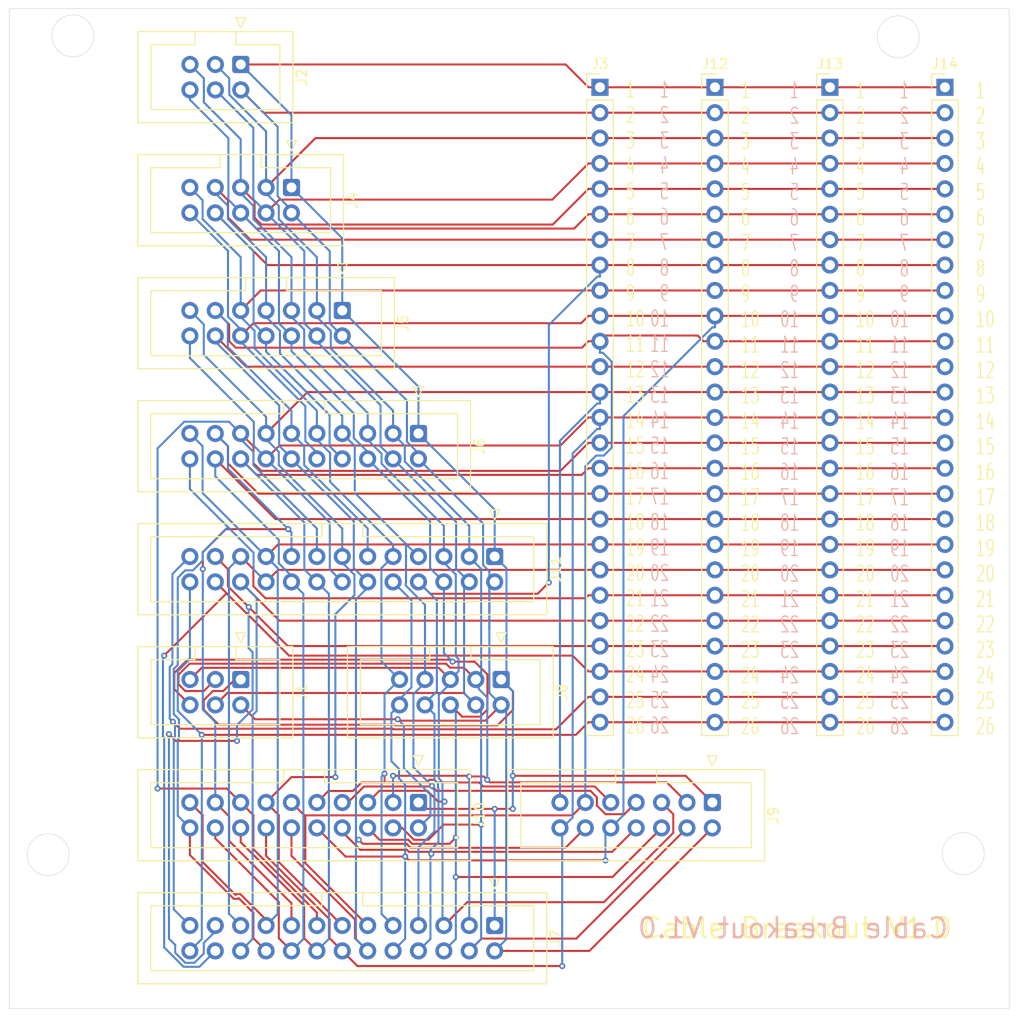
<source format=kicad_pcb>
(kicad_pcb (version 20241229) (generator "pcbnew") (generator_version "9.0")
  (layers (0 "F.Cu" signal) (2 "B.Cu" signal) (13 "F.Paste" user) (15 "B.Paste" user) (5 "F.SilkS" user "F.Silkscreen") (7 "B.SilkS" user "B.Silkscreen") (1 "F.Mask" user) (3 "B.Mask" user) (25 "Edge.Cuts" user))
  (net 0 "")
  (net 1 "/PIN_01")
  (net 2 "/PIN_02")
  (net 3 "/PIN_03")
  (net 4 "/PIN_04")
  (net 5 "/PIN_05")
  (net 6 "/PIN_06")
  (net 7 "/PIN_07")
  (net 8 "/PIN_08")
  (net 9 "/PIN_09")
  (net 10 "/PIN_10")
  (net 11 "/PIN_11")
  (net 12 "/PIN_12")
  (net 13 "/PIN_13")
  (net 14 "/PIN_14")
  (net 15 "/PIN_15")
  (net 16 "/PIN_16")
  (net 17 "/PIN_17")
  (net 18 "/PIN_18")
  (net 19 "/PIN_19")
  (net 20 "/PIN_20")
  (net 21 "/PIN_21")
  (net 22 "/PIN_22")
  (net 23 "/PIN_23")
  (net 24 "/PIN_24")
  (net 25 "/PIN_25")
  (net 26 "/PIN_26")
  (footprint "Connector_IDC:IDC-Header_2x10_P2.54mm_Vertical" (layer "F.Cu") (at 78.35 79.8626 -90)
    (property "Reference" "J6")
    (property "Value" "Conn_02x10_Odd_Even")
  )
  (footprint "Connector_IDC:IDC-Header_2x10_P2.54mm_Vertical" (layer "F.Cu") (at 78.35 116.7651 -90)
    (property "Reference" "J10")
    (property "Value" "Conn_02x10_Odd_Even")
  )
  (footprint "Connector_IDC:IDC-Header_2x05_P2.54mm_Vertical" (layer "F.Cu") (at 86.62 104.4643 -90)
    (property "Reference" "J8")
    (property "Value" "Conn_02x05_Odd_Even")
  )
  (footprint "Connector_IDC:IDC-Header_2x05_P2.54mm_Vertical" (layer "F.Cu") (at 65.65 55.2609 -90)
    (property "Reference" "J4")
    (property "Value" "Conn_02x05_Odd_Even")
  )
  (footprint "Connector_PinHeader_2.54mm:PinHeader_1x26_P2.54mm_Vertical" (layer "F.Cu") (at 119.5 45.24)
    (property "Reference" "J13")
    (property "Value" "Conn_01x26_Socket")
  )
  (footprint "Connector_PinHeader_2.54mm:PinHeader_1x26_P2.54mm_Vertical" (layer "F.Cu") (at 96.5 45.24)
    (property "Reference" "J3")
    (property "Value" "Conn_01x26_Socket")
  )
  (footprint "Connector_IDC:IDC-Header_2x03_P2.54mm_Vertical" (layer "F.Cu") (at 60.58 104.4643 -90)
    (property "Reference" "J1")
    (property "Value" "Conn_02x03_Odd_Even")
  )
  (footprint "Connector_IDC:IDC-Header_2x07_P2.54mm_Vertical" (layer "F.Cu") (at 107.74 116.7651 -90)
    (property "Reference" "J9")
    (property "Value" "Conn_02x07_Odd_Even")
  )
  (footprint "Connector_IDC:IDC-Header_2x03_P2.54mm_Vertical" (layer "F.Cu") (at 60.58 42.96 -90)
    (property "Reference" "J2")
    (property "Value" "Conn_02x03_Odd_Even" (hide yes))
  )
  (footprint "Connector_IDC:IDC-Header_2x13_P2.54mm_Vertical" (layer "F.Cu") (at 85.97 129.066 -90)
    (property "Reference" "J7")
    (property "Value" "Conn_02x13_Odd_Even")
  )
  (footprint "Connector_PinHeader_2.54mm:PinHeader_1x26_P2.54mm_Vertical" (layer "F.Cu") (at 108 45.24)
    (property "Reference" "J12")
    (property "Value" "Conn_01x26_Socket")
  )
  (footprint "Connector_PinHeader_2.54mm:PinHeader_1x26_P2.54mm_Vertical" (layer "F.Cu") (at 131 45.24)
    (property "Reference" "J14")
    (property "Value" "Conn_01x26_Socket")
  )
  (footprint "Connector_IDC:IDC-Header_2x07_P2.54mm_Vertical" (layer "F.Cu") (at 70.73 67.5617 -90)
    (property "Reference" "J5")
    (property "Value" "Conn_02x07_Odd_Even" (hide yes))
  )
  (footprint "Connector_IDC:IDC-Header_2x13_P2.54mm_Vertical" (layer "F.Cu") (at 85.97 92.1634 -90)
    (property "Reference" "J11")
    (property "Value" "Conn_02x13_Odd_Even")
  )
  (gr_circle (center 41.314 121.979761) (end 43.414 121.979761) (stroke (width 0.05)) (fill no) (layer "Edge.Cuts"))
  (gr_circle (center 43.784678 40.09842) (end 45.884678 40.09842) (stroke (width 0.05)) (fill no) (layer "Edge.Cuts"))
  (gr_circle (center 132.836251 121.879339) (end 134.936251 121.879339) (stroke (width 0.05)) (fill no) (layer "Edge.Cuts"))
  (gr_rect (start 37.425 37.375) (end 137.425 137.375) (stroke (width 0.05)) (fill no) (layer "Edge.Cuts"))
  (gr_circle (center 126.333115 40.190003) (end 128.433115 40.190003) (stroke (width 0.05)) (fill no) (layer "Edge.Cuts"))
  (gr_text "1\n2\n3\n4\n5\n6\n7\n8\n9\n10\n11\n12\n13\n14\n15\n16\n17\n18\n19\n20\n21\n22\n23\n24\n25\n26" (at 134 110.07 0) (layer "F.SilkS") (effects (font (size 1.58 1) (thickness 0.125)) (justify left bottom)))
  (gr_text "Cable Breakout V1.0" (at 100.5 130.5 0) (layer "F.SilkS") (effects (font (size 2 2) (thickness 0.25)) (justify left bottom)))
  (gr_text "1\n2\n3\n4\n5\n6\n7\n8\n9\n10\n11\n12\n13\n14\n15\n16\n17\n18\n19\n20\n21\n22\n23\n24\n25\n26" (at 99 110 0) (layer "F.SilkS") (effects (font (size 1.58 1) (thickness 0.125)) (justify left bottom)))
  (gr_text "1\n2\n3\n4\n5\n6\n7\n8\n9\n10\n11\n12\n13\n14\n15\n16\n17\n18\n19\n20\n21\n22\n23\n24\n25\n26" (at 122 110.07 0) (layer "F.SilkS") (effects (font (size 1.58 1) (thickness 0.125)) (justify left bottom)))
  (gr_text "1\n2\n3\n4\n5\n6\n7\n8\n9\n10\n11\n12\n13\n14\n15\n16\n17\n18\n19\n20\n21\n22\n23\n24\n25\n26" (at 110.5 110.07 0) (layer "F.SilkS") (effects (font (size 1.58 1) (thickness 0.125)) (justify left bottom)))
  (gr_text "Cable Breakout V1.0" (at 131.5 130.5 -0) (layer "B.SilkS") (effects (font (size 2 2) (thickness 0.25)) (justify left bottom mirror)))
  (gr_text "1\n2\n3\n4\n5\n6\n7\n8\n9\n10\n11\n12\n13\n14\n15\n16\n17\n18\n19\n20\n21\n22\n23\n24\n25\n26" (at 127.5 110.07 -0) (layer "B.SilkS") (effects (font (size 1.58 1) (thickness 0.125)) (justify left bottom mirror)))
  (gr_text "1\n2\n3\n4\n5\n6\n7\n8\n9\n10\n11\n12\n13\n14\n15\n16\n17\n18\n19\n20\n21\n22\n23\n24\n25\n26" (at 116.5 110.07 -0) (layer "B.SilkS") (effects (font (size 1.58 1) (thickness 0.125)) (justify left bottom mirror)))
  (gr_text "1\n2\n3\n4\n5\n6\n7\n8\n9\n10\n11\n12\n13\n14\n15\n16\n17\n18\n19\n20\n21\n22\n23\n24\n25\n26" (at 103.5 110 -0) (layer "B.SilkS") (effects (font (size 1.58 1) (thickness 0.125)) (justify left bottom mirror)))
  (segment (start 57.7943 105.616) (end 56.8749 106.5354) (width 0.2) (layer "F.Cu") (net 1))
  (segment (start 87.8092 107.4912) (end 87.8092 105.6535) (width 0.2) (layer "F.Cu") (net 1))
  (segment (start 96.5 45.24) (end 95.3483 45.24) (width 0.2) (layer "F.Cu") (net 1))
  (segment (start 95.3483 45.24) (end 93.0683 42.96) (width 0.2) (layer "F.Cu") (net 1))
  (segment (start 78.35 116.7651) (end 78.9841 117.3992) (width 0.2) (layer "F.Cu") (net 1))
  (segment (start 108 45.24) (end 119.5 45.24) (width 0.2) (layer "F.Cu") (net 1))
  (segment (start 93.0683 42.96) (end 60.58 42.96) (width 0.2) (layer "F.Cu") (net 1))
  (segment (start 85.97 117.3992) (end 87.7824 117.3992) (width 0.2) (layer "F.Cu") (net 1))
  (segment (start 107.74 116.7651) (end 105.0699 114.095) (width 0.2) (layer "F.Cu") (net 1))
  (segment (start 56.8749 106.5354) (end 56.8749 107.4839) (width 0.2) (layer "F.Cu") (net 1))
  (segment (start 86.2563 109.0441) (end 87.8092 107.4912) (width 0.2) (layer "F.Cu") (net 1))
  (segment (start 76.0289 109.0441) (end 86.2563 109.0441) (width 0.2) (layer "F.Cu") (net 1))
  (segment (start 87.8092 105.6535) (end 86.62 104.4643) (width 0.2) (layer "F.Cu") (net 1))
  (segment (start 58.8297 105.616) (end 57.7943 105.616) (width 0.2) (layer "F.Cu") (net 1))
  (segment (start 58.3719 108.9809) (end 75.9657 108.9809) (width 0.2) (layer "F.Cu") (net 1))
  (segment (start 78.9841 117.3992) (end 85.97 117.3992) (width 0.2) (layer "F.Cu") (net 1))
  (segment (start 105.0699 114.095) (end 87.7824 114.095) (width 0.2) (layer "F.Cu") (net 1))
  (segment (start 56.8749 107.4839) (end 58.3719 108.9809) (width 0.2) (layer "F.Cu") (net 1))
  (segment (start 119.5 45.24) (end 131 45.24) (width 0.2) (layer "F.Cu") (net 1))
  (segment (start 59.9814 104.4643) (end 58.8297 105.616) (width 0.2) (layer "F.Cu") (net 1))
  (segment (start 75.9657 108.9809) (end 76.0289 109.0441) (width 0.2) (layer "F.Cu") (net 1))
  (segment (start 60.58 104.4643) (end 59.9814 104.4643) (width 0.2) (layer "F.Cu") (net 1))
  (segment (start 96.5 45.24) (end 108 45.24) (width 0.2) (layer "F.Cu") (net 1))
  (via (at 87.7824 114.095) (size 0.6) (drill 0.3) (layers "F.Cu" "B.Cu") (net 1))
  (via (at 87.7824 117.3992) (size 0.6) (drill 0.3) (layers "F.Cu" "B.Cu") (net 1))
  (via (at 85.97 117.3992) (size 0.6) (drill 0.3) (layers "F.Cu" "B.Cu") (net 1))
  (segment (start 65.65 48.03) (end 65.65 55.2609) (width 0.2) (layer "B.Cu") (net 1))
  (segment (start 87.7824 114.095) (end 87.7824 117.3992) (width 0.2) (layer "B.Cu") (net 1))
  (segment (start 60.58 42.96) (end 65.65 48.03) (width 0.2) (layer "B.Cu") (net 1))
  (segment (start 87.1515 93.3449) (end 87.1515 103.9328) (width 0.2) (layer "B.Cu") (net 1))
  (segment (start 87.7824 105.6267) (end 87.7824 114.095) (width 0.2) (layer "B.Cu") (net 1))
  (segment (start 85.97 92.1634) (end 87.1515 93.3449) (width 0.2) (layer "B.Cu") (net 1))
  (segment (start 86.62 104.4643) (end 87.7824 105.6267) (width 0.2) (layer "B.Cu") (net 1))
  (segment (start 87.1515 103.9328) (end 86.62 104.4643) (width 0.2) (layer "B.Cu") (net 1))
  (segment (start 85.97 117.3992) (end 85.97 129.066) (width 0.2) (layer "B.Cu") (net 1))
  (segment (start 78.35 75.1817) (end 78.35 79.8626) (width 0.2) (layer "B.Cu") (net 1))
  (segment (start 70.73 60.3409) (end 70.73 67.5617) (width 0.2) (layer "B.Cu") (net 1))
  (segment (start 85.97 92.1634) (end 85.97 87.4826) (width 0.2) (layer "B.Cu") (net 1))
  (segment (start 85.97 87.4826) (end 78.35 79.8626) (width 0.2) (layer "B.Cu") (net 1))
  (segment (start 70.73 67.5617) (end 78.35 75.1817) (width 0.2) (layer "B.Cu") (net 1))
  (segment (start 65.65 55.2609) (end 70.73 60.3409) (width 0.2) (layer "B.Cu") (net 1))
  (segment (start 62.86 47.78) (end 60.58 45.5) (width 0.2) (layer "F.Cu") (net 2))
  (segment (start 96.5 47.78) (end 62.86 47.78) (width 0.2) (layer "F.Cu") (net 2))
  (segment (start 76.278 108.4424) (end 76.4148 108.5792) (width 0.2) (layer "F.Cu") (net 2))
  (segment (start 107.74 119.3051) (end 95.4391 131.606) (width 0.2) (layer "F.Cu") (net 2))
  (segment (start 85.0451 108.5792) (end 86.62 107.0043) (width 0.2) (layer "F.Cu") (net 2))
  (segment (start 60.58 107.0043) (end 62.0181 108.4424) (width 0.2) (layer "F.Cu") (net 2))
  (segment (start 95.4391 131.606) (end 85.97 131.606) (width 0.2) (layer "F.Cu") (net 2))
  (segment (start 76.4148 108.5792) (end 85.0451 108.5792) (width 0.2) (layer "F.Cu") (net 2))
  (segment (start 108 47.78) (end 96.5 47.78) (width 0.2) (layer "F.Cu") (net 2))
  (segment (start 62.0181 108.4424) (end 76.278 108.4424) (width 0.2) (layer "F.Cu") (net 2))
  (segment (start 108 47.78) (end 119.5 47.78) (width 0.2) (layer "F.Cu") (net 2))
  (segment (start 119.5 47.78) (end 131 47.78) (width 0.2) (layer "F.Cu") (net 2))
  (via (at 76.278 108.4424) (size 0.6) (drill 0.3) (layers "F.Cu" "B.Cu") (net 2))
  (segment (start 60.58 45.5) (end 64.266 49.186) (width 0.2) (layer "B.Cu") (net 2))
  (segment (start 84.8188 92.9937) (end 84.8188 93.038) (width 0.2) (layer "B.Cu") (net 2))
  (segment (start 85.4388 105.8231) (end 86.62 107.0043) (width 0.2) (layer "B.Cu") (net 2))
  (segment (start 86.62 107.0043) (end 87.1226 107.5069) (width 0.2) (layer "B.Cu") (net 2))
  (segment (start 84.8173 92.9922) (end 84.8188 92.9937) (width 0.2) (layer "B.Cu") (net 2))
  (segment (start 87.1226 107.5069) (end 87.1227 107.5069) (width 0.2) (layer "B.Cu") (net 2))
  (segment (start 79.5473 118.1078) (end 79.5473 115.9809) (width 0.2) (layer "B.Cu") (net 2))
  (segment (start 69.4779 61.6288) (end 65.65 57.8009) (width 0.2) (layer "B.Cu") (net 2))
  (segment (start 84.8188 93.038) (end 85.4388 93.658) (width 0.2) (layer "B.Cu") (net 2))
  (segment (start 87.1227 107.5069) (end 87.1227 130.4533) (width 0.2) (layer "B.Cu") (net 2))
  (segment (start 77.1973 76.569) (end 70.73 70.1017) (width 0.2) (layer "B.Cu") (net 2))
  (segment (start 70.73 70.1017) (end 69.4779 68.8496) (width 0.2) (layer "B.Cu") (net 2))
  (segment (start 76.8867 109.0511) (end 76.278 108.4424) (width 0.2) (layer "B.Cu") (net 2))
  (segment (start 79.5473 115.9809) (end 76.8867 113.3203) (width 0.2) (layer "B.Cu") (net 2))
  (segment (start 78.35 81.8441) (end 77.1973 80.6914) (width 0.2) (layer "B.Cu") (net 2))
  (segment (start 77.1973 80.6914) (end 77.1973 76.569) (width 0.2) (layer "B.Cu") (net 2))
  (segment (start 78.35 82.4026) (end 78.35 81.8441) (width 0.2) (layer "B.Cu") (net 2))
  (segment (start 76.8867 113.3203) (end 76.8867 109.0511) (width 0.2) (layer "B.Cu") (net 2))
  (segment (start 85.4388 95.2346) (end 85.4388 99.3739) (width 0.2) (layer "B.Cu") (net 2))
  (segment (start 78.35 119.3051) (end 79.5473 118.1078) (width 0.2) (layer "B.Cu") (net 2))
  (segment (start 64.266 56.1341) (end 65.65 57.5181) (width 0.2) (layer "B.Cu") (net 2))
  (segment (start 85.97 94.7034) (end 85.4388 95.2346) (width 0.2) (layer "B.Cu") (net 2))
  (segment (start 65.65 57.5181) (end 65.65 57.8009) (width 0.2) (layer "B.Cu") (net 2))
  (segment (start 69.4779 68.8496) (end 69.4779 61.6288) (width 0.2) (layer "B.Cu") (net 2))
  (segment (start 87.1227 130.4533) (end 85.97 131.606) (width 0.2) (layer "B.Cu") (net 2))
  (segment (start 78.35 82.4026) (end 84.8173 88.8699) (width 0.2) (layer "B.Cu") (net 2))
  (segment (start 64.266 49.186) (end 64.266 56.1341) (width 0.2) (layer "B.Cu") (net 2))
  (segment (start 84.8173 88.8699) (end 84.8173 92.9922) (width 0.2) (layer "B.Cu") (net 2))
  (segment (start 85.4388 93.658) (end 85.4388 99.3739) (width 0.2) (layer "B.Cu") (net 2))
  (segment (start 85.4388 99.3739) (end 85.4388 105.8231) (width 0.2) (layer "B.Cu") (net 2))
  (segment (start 103.1832 114.7483) (end 105.2 116.7651) (width 0.2) (layer "F.Cu") (net 3))
  (segment (start 85.4849 114.7483) (end 103.1832 114.7483) (width 0.2) (layer "F.Cu") (net 3))
  (segment (start 54.3483 104.9413) (end 54.3483 103.9873) (width 0.2) (layer "F.Cu") (net 3))
  (segment (start 68.0509 50.32) (end 63.11 55.2609) (width 0.2) (layer "F.Cu") (net 3))
  (segment (start 55.4542 102.8814) (end 81.1103 102.8814) (width 0.2) (layer "F.Cu") (net 3))
  (segment (start 81.1103 102.8814) (end 81.5079 103.279) (width 0.2) (layer "F.Cu") (net 3))
  (segment (start 56.8883 105.616) (end 55.023 105.616) (width 0.2) (layer "F.Cu") (net 3))
  (segment (start 85.2317 114.4951) (end 84.8982 114.1616) (width 0.2) (layer "F.Cu") (net 3))
  (segment (start 81.5079 103.279) (end 82.8947 103.279) (width 0.2) (layer "F.Cu") (net 3))
  (segment (start 58.04 104.4643) (end 56.8883 105.616) (width 0.2) (layer "F.Cu") (net 3))
  (segment (start 85.2317 114.4951) (end 85.4849 114.7483) (width 0.2) (layer "F.Cu") (net 3))
  (segment (start 108 50.32) (end 119.5 50.32) (width 0.2) (layer "F.Cu") (net 3))
  (segment (start 108 50.32) (end 96.5 50.32) (width 0.2) (layer "F.Cu") (net 3))
  (segment (start 55.023 105.616) (end 54.3483 104.9413) (width 0.2) (layer "F.Cu") (net 3))
  (segment (start 119.5 50.32) (end 131 50.32) (width 0.2) (layer "F.Cu") (net 3))
  (segment (start 82.8947 103.279) (end 84.08 104.4643) (width 0.2) (layer "F.Cu") (net 3))
  (segment (start 96.5 50.32) (end 68.0509 50.32) (width 0.2) (layer "F.Cu") (net 3))
  (segment (start 83.3605 114.0921) (end 75.8084 114.0921) (width 0.2) (layer "F.Cu") (net 3))
  (segment (start 83.43 114.1616) (end 83.3605 114.0921) (width 0.2) (layer "F.Cu") (net 3))
  (segment (start 54.3483 103.9873) (end 55.4542 102.8814) (width 0.2) (layer "F.Cu") (net 3))
  (segment (start 84.8982 114.1616) (end 83.43 114.1616) (width 0.2) (layer "F.Cu") (net 3))
  (via (at 85.2317 114.4951) (size 0.6) (drill 0.3) (layers "F.Cu" "B.Cu") (net 3))
  (via (at 75.8084 114.0921) (size 0.6) (drill 0.3) (layers "F.Cu" "B.Cu") (net 3))
  (via (at 83.43 114.1616) (size 0.6) (drill 0.3) (layers "F.Cu" "B.Cu") (net 3))
  (segment (start 75.81 77.5883) (end 75.81 79.8626) (width 0.2) (layer "B.Cu") (net 3))
  (segment (start 84.6225 104.2218) (end 84.38 104.4643) (width 0.2) (layer "B.Cu") (net 3))
  (segment (start 68.19 67.5617) (end 68.19 68.2105) (width 0.2) (layer "B.Cu") (net 3))
  (segment (start 64.38 57.0988) (end 64.38 58.4201) (width 0.2) (layer "B.Cu") (net 3))
  (segment (start 75.81 79.8626) (end 75.81 79.9215) (width 0.2) (layer "B.Cu") (net 3))
  (segment (start 69.5783 69.5988) (end 69.5783 71.3566) (width 0.2) (layer "B.Cu") (net 3))
  (segment (start 59.4283 45.977) (end 63.11 49.6587) (width 0.2) (layer "B.Cu") (net 3))
  (segment (start 76.9822 81.0937) (end 76.9822 82.6637) (width 0.2) (layer "B.Cu") (net 3))
  (segment (start 84.38 105.4143) (end 84.38 104.4643) (width 0.2) (layer "B.Cu") (net 3))
  (segment (start 69.5783 71.3566) (end 75.81 77.5883) (width 0.2) (layer "B.Cu") (net 3))
  (segment (start 84.6225 93.4097) (end 84.6225 104.2218) (width 0.2) (layer "B.Cu") (net 3))
  (segment (start 68.19 68.2105) (end 69.5783 69.5988) (width 0.2) (layer "B.Cu") (net 3))
  (segment (start 84.38 104.4643) (end 84.08 104.4643) (width 0.2) (layer "B.Cu") (net 3))
  (segment (start 68.19 62.2301) (end 68.19 67.5617) (width 0.2) (layer "B.Cu") (net 3))
  (segment (start 75.81 114.0937) (end 75.8084 114.0921) (width 0.2) (layer "B.Cu") (net 3))
  (segment (start 75.81 79.9215) (end 76.9822 81.0937) (width 0.2) (layer "B.Cu") (net 3))
  (segment (start 83.43 89.1115) (end 83.43 92.1634) (width 0.2) (layer "B.Cu") (net 3))
  (segment (start 85.2317 114.4951) (end 85.2317 106.266) (width 0.2) (layer "B.Cu") (net 3))
  (segment (start 59.4283 44.3483) (end 59.4283 45.977) (width 0.2) (layer "B.Cu") (net 3))
  (segment (start 63.11 55.8288) (end 64.38 57.0988) (width 0.2) (layer "B.Cu") (net 3))
  (segment (start 58.04 42.96) (end 59.4283 44.3483) (width 0.2) (layer "B.Cu") (net 3))
  (segment (start 83.43 92.1634) (end 83.43 92.2172) (width 0.2) (layer "B.Cu") (net 3))
  (segment (start 64.38 58.4201) (end 68.19 62.2301) (width 0.2) (layer "B.Cu") (net 3))
  (segment (start 63.11 55.2609) (end 63.11 55.8288) (width 0.2) (layer "B.Cu") (net 3))
  (segment (start 83.43 129.066) (end 83.43 114.1616) (width 0.2) (layer "B.Cu") (net 3))
  (segment (start 85.2317 106.266) (end 84.38 105.4143) (width 0.2) (layer "B.Cu") (net 3))
  (segment (start 63.11 49.6587) (end 63.11 55.2609) (width 0.2) (layer "B.Cu") (net 3))
  (segment (start 83.43 92.2172) (end 84.6225 93.4097) (width 0.2) (layer "B.Cu") (net 3))
  (segment (start 76.9822 82.6637) (end 83.43 89.1115) (width 0.2) (layer "B.Cu") (net 3))
  (segment (start 75.81 116.7651) (end 75.81 114.0937) (width 0.2) (layer "B.Cu") (net 3))
  (segment (start 91.7368 56.4715) (end 64.4394 56.4715) (width 0.2) (layer "F.Cu") (net 4))
  (segment (start 84.6606 130.3754) (end 83.43 131.606) (width 0.2) (layer "F.Cu") (net 4))
  (segment (start 77.8973 120.493) (end 76.7094 119.3051) (width 0.2) (layer "F.Cu") (net 4))
  (segment (start 82.8894 105.8137) (end 84.08 107.0043) (width 0.2) (layer "F.Cu") (net 4))
  (segment (start 95.3483 52.86) (end 91.7368 56.4715) (width 0.2) (layer "F.Cu") (net 4))
  (segment (start 108 52.86) (end 96.5 52.86) (width 0.2) (layer "F.Cu") (net 4))
  (segment (start 58.04 107.0043) (end 59.2306 105.8137) (width 0.2) (layer "F.Cu") (net 4))
  (segment (start 76.7094 119.3051) (end 75.81 119.3051) (width 0.2) (layer "F.Cu") (net 4))
  (segment (start 108 52.86) (end 119.5 52.86) (width 0.2) (layer "F.Cu") (net 4))
  (segment (start 64.4394 56.4715) (end 63.11 57.8009) (width 0.2) (layer "F.Cu") (net 4))
  (segment (start 84.6606 130.3753) (end 84.6606 130.3754) (width 0.2) (layer "F.Cu") (net 4))
  (segment (start 59.2306 105.8137) (end 82.8894 105.8137) (width 0.2) (layer "F.Cu") (net 4))
  (segment (start 119.5 52.86) (end 131 52.86) (width 0.2) (layer "F.Cu") (net 4))
  (segment (start 105.2 119.3051) (end 94.1298 130.3753) (width 0.2) (layer "F.Cu") (net 4))
  (segment (start 84.6173 118.9727) (end 80.8609 118.9727) (width 0.2) (layer "F.Cu") (net 4))
  (segment (start 96.5 52.86) (end 95.3483 52.86) (width 0.2) (layer "F.Cu") (net 4))
  (segment (start 79.3406 120.493) (end 77.8973 120.493) (width 0.2) (layer "F.Cu") (net 4))
  (segment (start 94.1298 130.3753) (end 84.6606 130.3753) (width 0.2) (layer "F.Cu") (net 4))
  (segment (start 80.8609 118.9727) (end 79.3406 120.493) (width 0.2) (layer "F.Cu") (net 4))
  (via (at 84.6173 118.9727) (size 0.6) (drill 0.3) (layers "F.Cu" "B.Cu") (net 4))
  (segment (start 84.6173 107.5416) (end 84.6173 118.9727) (width 0.2) (layer "B.Cu") (net 4))
  (segment (start 74.5579 81.1505) (end 74.5579 77.0375) (width 0.2) (layer "B.Cu") (net 4))
  (segment (start 58.04 45.5) (end 61.8324 49.2924) (width 0.2) (layer "B.Cu") (net 4))
  (segment (start 82.1111 93.3846) (end 82.1112 93.3846) (width 0.2) (layer "B.Cu") (net 4))
  (segment (start 68.19 70.6696) (end 68.19 70.1017) (width 0.2) (layer "B.Cu") (net 4))
  (segment (start 63.11 57.8009) (end 66.9379 61.6288) (width 0.2) (layer "B.Cu") (net 4))
  (segment (start 61.8324 56.4385) (end 63.11 57.7161) (width 0.2) (layer "B.Cu") (net 4))
  (segment (start 82.9106 105.8349) (end 84.08 107.0043) (width 0.2) (layer "B.Cu") (net 4))
  (segment (start 63.11 57.7161) (end 63.11 57.8009) (width 0.2) (layer "B.Cu") (net 4))
  (segment (start 75.81 82.4026) (end 74.5579 81.1505) (width 0.2) (layer "B.Cu") (net 4))
  (segment (start 83.43 94.7034) (end 82.9106 95.2228) (width 0.2) (layer "B.Cu") (net 4))
  (segment (start 66.9379 61.6288) (end 66.9379 68.8496) (width 0.2) (layer "B.Cu") (net 4))
  (segment (start 82.1112 93.3846) (end 83.43 94.7034) (width 0.2) (layer "B.Cu") (net 4))
  (segment (start 84.6173 130.4187) (end 83.43 131.606) (width 0.2) (layer "B.Cu") (net 4))
  (segment (start 82.9106 95.2228) (end 82.9106 105.8349) (width 0.2) (layer "B.Cu") (net 4))
  (segment (start 84.6173 118.9727) (end 84.6173 130.4187) (width 0.2) (layer "B.Cu") (net 4))
  (segment (start 61.8324 49.2924) (end 61.8324 56.4385) (width 0.2) (layer "B.Cu") (net 4))
  (segment (start 75.81 82.4026) (end 82.1111 88.7037) (width 0.2) (layer "B.Cu") (net 4))
  (segment (start 74.5579 77.0375) (end 68.19 70.6696) (width 0.2) (layer "B.Cu") (net 4))
  (segment (start 84.08 107.0043) (end 84.6173 107.5416) (width 0.2) (layer "B.Cu") (net 4))
  (segment (start 66.9379 68.8496) (end 68.19 70.1017) (width 0.2) (layer "B.Cu") (net 4))
  (segment (start 82.1111 88.7037) (end 82.1111 93.3846) (width 0.2) (layer "B.Cu") (net 4))
  (segment (start 119.5 55.4) (end 131 55.4) (width 0.2) (layer "F.Cu") (net 5))
  (segment (start 56.6681 103.2962) (end 55.5 104.4643) (width 0.2) (layer "F.Cu") (net 5))
  (segment (start 80.314 116.673) (end 80.9525 116.673) (width 0.2) (layer "F.Cu") (net 5))
  (segment (start 103.8338 117.9389) (end 103.8338 119.7943) (width 0.2) (layer "F.Cu") (net 5))
  (segment (start 61.9583 56.6492) (end 61.9583 58.2779) (width 0.2) (layer "F.Cu") (net 5))
  (segment (start 79.2363 115.5953) (end 80.314 116.673) (width 0.2) (layer "F.Cu") (net 5))
  (segment (start 103.8338 119.7943) (end 96.8942 126.7339) (width 0.2) (layer "F.Cu") (net 5))
  (segment (start 96.8942 126.7339) (end 83.222 126.7339) (width 0.2) (layer "F.Cu") (net 5))
  (segment (start 108 55.4) (end 96.5 55.4) (width 0.2) (layer "F.Cu") (net 5))
  (segment (start 81.54 104.4643) (end 80.3719 103.2962) (width 0.2) (layer "F.Cu") (net 5))
  (segment (start 62.6461 58.9657) (end 91.7826 58.9657) (width 0.2) (layer "F.Cu") (net 5))
  (segment (start 74.4398 115.5953) (end 79.2363 115.5953) (width 0.2) (layer "F.Cu") (net 5))
  (segment (start 83.222 126.7339) (end 83.222 126.734) (width 0.2) (layer "F.Cu") (net 5))
  (segment (start 108 55.4) (end 119.5 55.4) (width 0.2) (layer "F.Cu") (net 5))
  (segment (start 102.66 116.7651) (end 103.8338 117.9389) (width 0.2) (layer "F.Cu") (net 5))
  (segment (start 91.7826 58.9657) (end 95.3483 55.4) (width 0.2) (layer "F.Cu") (net 5))
  (segment (start 83.222 126.734) (end 80.89 129.066) (width 0.2) (layer "F.Cu") (net 5))
  (segment (start 61.9583 58.2779) (end 62.6461 58.9657) (width 0.2) (layer "F.Cu") (net 5))
  (segment (start 60.57 55.2609) (end 61.9583 56.6492) (width 0.2) (layer "F.Cu") (net 5))
  (segment (start 73.27 116.7651) (end 74.4398 115.5953) (width 0.2) (layer "F.Cu") (net 5))
  (segment (start 80.3719 103.2962) (end 56.6681 103.2962) (width 0.2) (layer "F.Cu") (net 5))
  (segment (start 96.5 55.4) (end 95.3483 55.4) (width 0.2) (layer "F.Cu") (net 5))
  (via (at 80.9525 116.673) (size 0.6) (drill 0.3) (layers "F.Cu" "B.Cu") (net 5))
  (segment (start 65.65 62.2281) (end 65.65 67.5617) (width 0.2) (layer "B.Cu") (net 5))
  (segment (start 82.0825 102.1519) (end 82.0825 93.966) (width 0.2) (layer "B.Cu") (net 5))
  (segment (start 65.65 68.1994) (end 65.65 67.5617) (width 0.2) (layer "B.Cu") (net 5))
  (segment (start 80.3822 114.361) (end 80.3822 106.0208) (width 0.2) (layer "B.Cu") (net 5))
  (segment (start 80.89 89.1113) (end 80.89 92.1634) (width 0.2) (layer "B.Cu") (net 5))
  (segment (start 73.27 77.8082) (end 66.92 71.4582) (width 0.2) (layer "B.Cu") (net 5))
  (segment (start 80.89 92.7735) (end 80.89 92.1634) (width 0.2) (layer "B.Cu") (net 5))
  (segment (start 80.7524 114.7312) (end 80.3822 114.361) (width 0.2) (layer "B.Cu") (net 5))
  (segment (start 56.8883 46.7469) (end 60.57 50.4286) (width 0.2) (layer "B.Cu") (net 5))
  (segment (start 73.27 80.5003) (end 74.6583 81.8886) (width 0.2) (layer "B.Cu") (net 5))
  (segment (start 60.57 50.4286) (end 60.57 55.2609) (width 0.2) (layer "B.Cu") (net 5))
  (segment (start 82.0825 93.966) (end 80.89 92.7735) (width 0.2) (layer "B.Cu") (net 5))
  (segment (start 55.5 42.96) (end 56.8883 44.3483) (width 0.2) (layer "B.Cu") (net 5))
  (segment (start 66.92 71.4582) (end 66.92 69.4694) (width 0.2) (layer "B.Cu") (net 5))
  (segment (start 74.6583 81.8886) (end 74.6583 82.8796) (width 0.2) (layer "B.Cu") (net 5))
  (segment (start 80.5403 105.8626) (end 80.5404 105.8626) (width 0.2) (layer "B.Cu") (net 5))
  (segment (start 80.5404 105.8626) (end 81.54 104.863) (width 0.2) (layer "B.Cu") (net 5))
  (segment (start 80.5403 105.8627) (end 80.5403 105.8626) (width 0.2) (layer "B.Cu") (net 5))
  (segment (start 82.3587 103.6456) (end 82.3587 102.4281) (width 0.2) (layer "B.Cu") (net 5))
  (segment (start 61.84 57.0988) (end 61.84 58.4181) (width 0.2) (layer "B.Cu") (net 5))
  (segment (start 80.7524 116.673) (end 80.7524 114.7312) (width 0.2) (layer "B.Cu") (net 5))
  (segment (start 60.57 55.8288) (end 61.84 57.0988) (width 0.2) (layer "B.Cu") (net 5))
  (segment (start 81.54 104.863) (end 81.54 104.4643) (width 0.2) (layer "B.Cu") (net 5))
  (segment (start 74.6583 82.8796) (end 80.89 89.1113) (width 0.2) (layer "B.Cu") (net 5))
  (segment (start 73.27 79.8626) (end 73.27 77.8082) (width 0.2) (layer "B.Cu") (net 5))
  (segment (start 80.7524 116.673) (end 80.9525 116.673) (width 0.2) (layer "B.Cu") (net 5))
  (segment (start 56.8883 44.3483) (end 56.8883 46.7469) (width 0.2) (layer "B.Cu") (net 5))
  (segment (start 80.89 129.066) (end 80.7524 128.9284) (width 0.2) (layer "B.Cu") (net 5))
  (segment (start 80.7524 128.9284) (end 80.7524 116.673) (width 0.2) (layer "B.Cu") (net 5))
  (segment (start 81.54 104.4643) (end 82.3587 103.6456) (width 0.2) (layer "B.Cu") (net 5))
  (segment (start 66.92 69.4694) (end 65.65 68.1994) (width 0.2) (layer "B.Cu") (net 5))
  (segment (start 60.57 55.2609) (end 60.57 55.8288) (width 0.2) (layer "B.Cu") (net 5))
  (segment (start 73.27 79.8626) (end 73.27 80.5003) (width 0.2) (layer "B.Cu") (net 5))
  (segment (start 61.84 58.4181) (end 65.65 62.2281) (width 0.2) (layer "B.Cu") (net 5))
  (segment (start 80.3822 106.0208) (end 80.5403 105.8627) (width 0.2) (layer "B.Cu") (net 5))
  (segment (start 82.3587 102.4281) (end 82.0825 102.1519) (width 0.2) (layer "B.Cu") (net 5))
  (segment (start 108 57.94) (end 119.5 57.94) (width 0.2) (layer "F.Cu") (net 6))
  (segment (start 84.5356 108.1775) (end 82.7132 108.1775) (width 0.2) (layer "F.Cu") (net 6))
  (segment (start 97.7521 124.213) (end 82.0825 124.213) (width 0.2) (layer "F.Cu") (net 6))
  (segment (start 85.2451 103.9582) (end 85.2451 107.468) (width 0.2) (layer "F.Cu") (net 6))
  (segment (start 60.57 57.8009) (end 62.1365 59.3674) (width 0.2) (layer "F.Cu") (net 6))
  (segment (start 85.2451 107.468) (end 84.5356 108.1775) (width 0.2) (layer "F.Cu") (net 6))
  (segment (start 119.5 57.94) (end 131 57.94) (width 0.2) (layer "F.Cu") (net 6))
  (segment (start 108 57.94) (end 96.5 57.94) (width 0.2) (layer "F.Cu") (net 6))
  (segment (start 81.5594 102.4797) (end 81.757 102.6773) (width 0.2) (layer "F.Cu") (net 6))
  (segment (start 96.5 57.94) (end 95.3483 57.94) (width 0.2) (layer "F.Cu") (net 6))
  (segment (start 77.3308 120.4945) (end 77.731 120.8947) (width 0.2) (layer "F.Cu") (net 6))
  (segment (start 82.7132 108.1775) (end 81.54 107.0043) (width 0.2) (layer "F.Cu") (net 6))
  (segment (start 55.2538 102.4797) (end 81.5594 102.4797) (width 0.2) (layer "F.Cu") (net 6))
  (segment (start 77.731 120.8947) (end 81.4617 120.8947) (width 0.2) (layer "F.Cu") (net 6))
  (segment (start 73.27 119.3051) (end 74.4594 120.4945) (width 0.2) (layer "F.Cu") (net 6))
  (segment (start 53.935 105.4393) (end 53.935 103.7985) (width 0.2) (layer "F.Cu") (net 6))
  (segment (start 74.4594 120.4945) (end 77.3308 120.4945) (width 0.2) (layer "F.Cu") (net 6))
  (segment (start 62.1365 59.3674) (end 93.9209 59.3674) (width 0.2) (layer "F.Cu") (net 6))
  (segment (start 53.935 103.7985) (end 55.2538 102.4797) (width 0.2) (layer "F.Cu") (net 6))
  (segment (start 83.9642 102.6773) (end 85.2451 103.9582) (width 0.2) (layer "F.Cu") (net 6))
  (segment (start 55.5 107.0043) (end 53.935 105.4393) (width 0.2) (layer "F.Cu") (net 6))
  (segment (start 102.66 119.3051) (end 97.7521 124.213) (width 0.2) (layer "F.Cu") (net 6))
  (segment (start 93.9209 59.3674) (end 95.3483 57.94) (width 0.2) (layer "F.Cu") (net 6))
  (segment (start 81.757 102.6773) (end 83.9642 102.6773) (width 0.2) (layer "F.Cu") (net 6))
  (segment (start 81.4617 120.8947) (end 82.0825 120.2739) (width 0.2) (layer "F.Cu") (net 6))
  (via (at 82.0825 120.2739) (size 0.6) (drill 0.3) (layers "F.Cu" "B.Cu") (net 6))
  (via (at 81.757 102.6773) (size 0.6) (drill 0.3) (layers "F.Cu" "B.Cu") (net 6))
  (via (at 82.0825 124.213) (size 0.6) (drill 0.3) (layers "F.Cu" "B.Cu") (net 6))
  (segment (start 71.8817 80.3091) (end 71.8817 77.8602) (width 0.2) (layer "B.Cu") (net 6))
  (segment (start 79.5111 88.6437) (end 79.5111 93.3245) (width 0.2) (layer "B.Cu") (net 6))
  (segment (start 59.3413 50.3359) (end 59.3413 56.4853) (width 0.2) (layer "B.Cu") (net 6))
  (segment (start 73.27 82.4026) (end 79.5111 88.6437) (width 0.2) (layer "B.Cu") (net 6))
  (segment (start 55.5 45.5) (end 55.5 46.4946) (width 0.2) (layer "B.Cu") (net 6))
  (segment (start 71.8817 77.8602) (end 65.65 71.6285) (width 0.2) (layer "B.Cu") (net 6))
  (segment (start 82.0825 107.5468) (end 81.54 107.0043) (width 0.2) (layer "B.Cu") (net 6))
  (segment (start 80.89 94.7034) (end 80.89 101.8103) (width 0.2) (layer "B.Cu") (net 6))
  (segment (start 79.5111 93.3245) (end 80.89 94.7034) (width 0.2) (layer "B.Cu") (net 6))
  (segment (start 73.27 81.6974) (end 71.8817 80.3091) (width 0.2) (layer "B.Cu") (net 6))
  (segment (start 64.3979 68.8496) (end 64.3979 61.6288) (width 0.2) (layer "B.Cu") (net 6))
  (segment (start 80.89 101.8103) (end 81.757 102.6773) (width 0.2) (layer "B.Cu") (net 6))
  (segment (start 60.57 57.714) (end 60.57 57.8009) (width 0.2) (layer "B.Cu") (net 6))
  (segment (start 55.5 46.4946) (end 59.3413 50.3359) (width 0.2) (layer "B.Cu") (net 6))
  (segment (start 59.3413 56.4853) (end 60.57 57.714) (width 0.2) (layer "B.Cu") (net 6))
  (segment (start 65.65 70.1017) (end 64.3979 68.8496) (width 0.2) (layer "B.Cu") (net 6))
  (segment (start 64.3979 61.6288) (end 60.57 57.8009) (width 0.2) (layer "B.Cu") (net 6))
  (segment (start 80.89 131.606) (end 82.0825 130.4135) (width 0.2) (layer "B.Cu") (net 6))
  (segment (start 82.0825 130.4135) (end 82.0825 124.213) (width 0.2) (layer "B.Cu") (net 6))
  (segment (start 73.27 82.4026) (end 73.27 81.6974) (width 0.2) (layer "B.Cu") (net 6))
  (segment (start 82.0825 124.213) (end 82.0825 120.2739) (width 0.2) (layer "B.Cu") (net 6))
  (segment (start 65.65 71.6285) (end 65.65 70.1017) (width 0.2) (layer "B.Cu") (net 6))
  (segment (start 82.0825 120.2739) (end 82.0825 107.5468) (width 0.2) (layer "B.Cu") (net 6))
  (segment (start 96.5 60.48) (end 108 60.48) (width 0.2) (layer "F.Cu") (net 7))
  (segment (start 71.298 116.7651) (end 72.8978 115.1653) (width 0.2) (layer "F.Cu") (net 7))
  (segment (start 97.0506 117.9331) (end 98.952 117.9331) (width 0.2) (layer "F.Cu") (net 7))
  (segment (start 70.73 116.7651) (end 71.298 116.7651) (width 0.2) (layer "F.Cu") (net 7))
  (segment (start 96.1917 117.0742) (end 97.0506 117.9331) (width 0.2) (layer "F.Cu") (net 7))
  (segment (start 108 60.48) (end 119.5 60.48) (width 0.2) (layer "F.Cu") (net 7))
  (segment (start 61.5357 60.48) (end 59.3 58.2443) (width 0.2) (layer "F.Cu") (net 7))
  (segment (start 72.8978 115.1653) (end 79.6571 115.1653) (width 0.2) (layer "F.Cu") (net 7))
  (segment (start 79.6978 115.1246) (end 80.1687 115.5955) (width 0.2) (layer "F.Cu") (net 7))
  (segment (start 59.3 58.2443) (end 59.3 56.5309) (width 0.2) (layer "F.Cu") (net 7))
  (segment (start 80.1687 115.5955) (end 95.5511 115.5955) (width 0.2) (layer "F.Cu") (net 7))
  (segment (start 79.6978 115.1246) (end 79.6978 115.0955) (width 0.2) (layer "F.Cu") (net 7))
  (segment (start 79.6571 115.1653) (end 79.6978 115.1246) (width 0.2) (layer "F.Cu") (net 7))
  (segment (start 95.5511 115.5955) (end 96.1917 116.2361) (width 0.2) (layer "F.Cu") (net 7))
  (segment (start 98.952 117.9331) (end 100.12 116.7651) (width 0.2) (layer "F.Cu") (net 7))
  (segment (start 119.5 60.48) (end 131 60.48) (width 0.2) (layer "F.Cu") (net 7))
  (segment (start 96.5 60.48) (end 61.5357 60.48) (width 0.2) (layer "F.Cu") (net 7))
  (segment (start 59.3 56.5309) (end 58.03 55.2609) (width 0.2) (layer "F.Cu") (net 7))
  (segment (start 96.1917 116.2361) (end 96.1917 117.0742) (width 0.2) (layer "F.Cu") (net 7))
  (via (at 79.6978 115.0955) (size 0.6) (drill 0.3) (layers "F.Cu" "B.Cu") (net 7))
  (segment (start 79 96.9938) (end 79 104.4643) (width 0.2) (layer "B.Cu") (net 7))
  (segment (start 78.35 121.2557) (end 79.949 119.6567) (width 0.2) (layer "B.Cu") (net 7))
  (segment (start 59.3 58.4181) (end 63.11 62.2281) (width 0.2) (layer "B.Cu") (net 7))
  (segment (start 63.11 67.5617) (end 63.11 68.1994) (width 0.2) (layer "B.Cu") (net 7))
  (segment (start 70.73 78.1017) (end 70.73 79.8626) (width 0.2) (layer "B.Cu") (net 7))
  (segment (start 71.9799 81.1125) (end 71.9799 85.7933) (width 0.2) (layer "B.Cu") (net 7))
  (segment (start 79.949 115.5311) (end 79.6978 115.2799) (width 0.2) (layer "B.Cu") (net 7))
  (segment (start 77.1031 94.7537) (end 77.08 94.7768) (width 0.2) (layer "B.Cu") (net 7))
  (segment (start 63.11 68.1994) (end 64.4983 69.5877) (width 0.2) (layer "B.Cu") (net 7))
  (segment (start 77.08 95.0738) (end 79 96.9938) (width 0.2) (layer "B.Cu") (net 7))
  (segment (start 59.3 57.0988) (end 59.3 58.4181) (width 0.2) (layer "B.Cu") (net 7))
  (segment (start 79.6978 115.2799) (end 79.6978 115.0955) (width 0.2) (layer "B.Cu") (net 7))
  (segment (start 70.73 79.8626) (end 71.9799 81.1125) (width 0.2) (layer "B.Cu") (net 7))
  (segment (start 79.6978 115.0955) (end 77.8483 113.246) (width 0.2) (layer "B.Cu") (net 7))
  (segment (start 77.8483 113.246) (end 77.8483 105.9372) (width 0.2) (layer "B.Cu") (net 7))
  (segment (start 71.9799 85.7933) (end 77.1031 90.9165) (width 0.2) (layer "B.Cu") (net 7))
  (segment (start 79.949 119.6567) (end 79.949 115.5311) (width 0.2) (layer "B.Cu") (net 7))
  (segment (start 77.1031 90.9165) (end 78.35 92.1634) (width 0.2) (layer "B.Cu") (net 7))
  (segment (start 58.03 55.2609) (end 58.03 55.8288) (width 0.2) (layer "B.Cu") (net 7))
  (segment (start 77.08 94.7768) (end 77.08 95.0738) (width 0.2) (layer "B.Cu") (net 7))
  (segment (start 77.1031 90.9165) (end 77.1031 94.7537) (width 0.2) (layer "B.Cu") (net 7))
  (segment (start 78.35 129.066) (end 78.35 121.2557) (width 0.2) (layer "B.Cu") (net 7))
  (segment (start 79 104.7855) (end 79 104.4643) (width 0.2) (layer "B.Cu") (net 7))
  (segment (start 64.4983 69.5877) (end 64.4983 71.87) (width 0.2) (layer "B.Cu") (net 7))
  (segment (start 64.4983 71.87) (end 70.73 78.1017) (width 0.2) (layer "B.Cu") (net 7))
  (segment (start 58.03 55.8288) (end 59.3 57.0988) (width 0.2) (layer "B.Cu") (net 7))
  (segment (start 63.11 62.2281) (end 63.11 67.5617) (width 0.2) (layer "B.Cu") (net 7))
  (segment (start 77.8483 105.9372) (end 79 104.7855) (width 0.2) (layer "B.Cu") (net 7))
  (segment (start 90.2665 95.8899) (end 91.3864 94.77) (width 0.2) (layer "F.Cu") (net 8))
  (segment (start 79.5365 95.8899) (end 90.2665 95.8899) (width 0.2) (layer "F.Cu") (net 8))
  (segment (start 70.73 119.3051) (end 70.73 119.6938) (width 0.2) (layer "F.Cu") (net 8))
  (segment (start 97.727 121.6981) (end 79.6421 121.6981) (width 0.2) (layer "F.Cu") (net 8))
  (segment (start 108 63.02) (end 119.5 63.02) (width 0.2) (layer "F.Cu") (net 8))
  (segment (start 77.1968 121.4965) (end 77.3984 121.6981) (width 0.2) (layer "F.Cu") (net 8))
  (segment (start 58.03 57.8009) (end 63.2491 63.02) (width 0.2) (layer "F.Cu") (net 8))
  (segment (start 77.3984 121.6981) (end 79.6421 121.6981) (width 0.2) (layer "F.Cu") (net 8))
  (segment (start 78.35 94.7034) (end 79.5365 95.8899) (width 0.2) (layer "F.Cu") (net 8))
  (segment (start 100.12 119.3051) (end 97.727 121.6981) (width 0.2) (layer "F.Cu") (net 8))
  (segment (start 70.73 119.6938) (end 72.5327 121.4965) (width 0.2) (layer "F.Cu") (net 8))
  (segment (start 72.5327 121.4965) (end 77.1968 121.4965) (width 0.2) (layer "F.Cu") (net 8))
  (segment (start 63.2491 63.02) (end 96.5 63.02) (width 0.2) (layer "F.Cu") (net 8))
  (segment (start 119.5 63.02) (end 131 63.02) (width 0.2) (layer "F.Cu") (net 8))
  (segment (start 79.6421 121.6981) (end 79.6421 121.8982) (width 0.2) (layer "F.Cu") (net 8))
  (segment (start 96.5 63.02) (end 108 63.02) (width 0.2) (layer "F.Cu") (net 8))
  (via (at 79.6421 121.8982) (size 0.6) (drill 0.3) (layers "F.Cu" "B.Cu") (net 8))
  (via (at 91.3864 94.77) (size 0.6) (drill 0.3) (layers "F.Cu" "B.Cu") (net 8))
  (segment (start 61.8579 61.6288) (end 58.03 57.8009) (width 0.2) (layer "B.Cu") (net 8))
  (segment (start 79.589 121.5664) (end 79.589 121.6982) (width 0.2) (layer "B.Cu") (net 8))
  (segment (start 63.11 71.6663) (end 69.46 78.0163) (width 0.2) (layer "B.Cu") (net 8))
  (segment (start 79.5473 121.5247) (end 80.3507 120.7213) (width 0.2) (layer "B.Cu") (net 8))
  (segment (start 96.5 63.02) (end 96.5 64.1717) (width 0.2) (layer "B.Cu") (net 8))
  (segment (start 69.46 81.1326) (end 70.73 82.4026) (width 0.2) (layer "B.Cu") (net 8))
  (segment (start 79.589 121.6982) (end 79.6421 121.7513) (width 0.2) (layer "B.Cu") (net 8))
  (segment (start 79 107.0043) (end 79 106.8349) (width 0.2) (layer "B.Cu") (net 8))
  (segment (start 79.6421 121.7513) (end 79.6421 121.8982) (width 0.2) (layer "B.Cu") (net 8))
  (segment (start 80.2995 114.8463) (end 79.949 114.4958) (width 0.2) (layer "B.Cu") (net 8))
  (segment (start 61.8579 68.8496) (end 61.8579 61.6288) (width 0.2) (layer "B.Cu") (net 8))
  (segment (start 79.949 107.9533) (end 79 107.0043) (width 0.2) (layer "B.Cu") (net 8))
  (segment (start 80.3507 115.3647) (end 80.2995 115.3135) (width 0.2) (layer "B.Cu") (net 8))
  (segment (start 63.11 70.1017) (end 61.8579 68.8496) (width 0.2) (layer "B.Cu") (net 8))
  (segment (start 78.35 131.606) (end 79.5473 130.4087) (width 0.2) (layer "B.Cu") (net 8))
  (segment (start 69.46 78.0163) (end 69.46 81.1326) (width 0.2) (layer "B.Cu") (net 8))
  (segment (start 79.5473 130.4087) (end 79.5473 121.5247) (width 0.2) (layer "B.Cu") (net 8))
  (segment (start 63.11 70.1017) (end 63.11 71.6663) (width 0.2) (layer "B.Cu") (net 8))
  (segment (start 79.5473 121.5247) (end 79.589 121.5664) (width 0.2) (layer "B.Cu") (net 8))
  (segment (start 80.3507 120.7213) (end 80.3507 115.3647) (width 0.2) (layer "B.Cu") (net 8))
  (segment (start 80.2995 115.3135) (end 80.2995 114.8463) (width 0.2) (layer "B.Cu") (net 8))
  (segment (start 91.3864 94.77) (end 91.3864 69.0168) (width 0.2) (layer "B.Cu") (net 8))
  (segment (start 80.1906 96.544) (end 78.35 94.7034) (width 0.2) (layer "B.Cu") (net 8))
  (segment (start 79.949 114.4958) (end 79.949 107.9533) (width 0.2) (layer "B.Cu") (net 8))
  (segment (start 79 106.8349) (end 80.1906 105.6443) (width 0.2) (layer "B.Cu") (net 8))
  (segment (start 91.3864 69.0168) (end 96.2315 64.1717) (width 0.2) (layer "B.Cu") (net 8))
  (segment (start 96.2315 64.1717) (end 96.5 64.1717) (width 0.2) (layer "B.Cu") (net 8))
  (segment (start 80.1906 105.6443) (end 80.1906 96.544) (width 0.2) (layer "B.Cu") (net 8))
  (segment (start 69.3417 115.6134) (end 71.799 115.6134) (width 0.2) (layer "F.Cu") (net 9))
  (segment (start 79.1791 114.7634) (end 74.9542 114.7634) (width 0.2) (layer "F.Cu") (net 9))
  (segment (start 79.4487 114.4938) (end 79.1791 114.7634) (width 0.2) (layer "F.Cu") (net 9))
  (segment (start 84.8185 115.1651) (end 84.4168 114.7634) (width 0.2) (layer "F.Cu") (net 9))
  (segment (start 119.5 65.56) (end 131 65.56) (width 0.2) (layer "F.Cu") (net 9))
  (segment (start 97.58 116.7651) (end 95.98 115.1651) (width 0.2) (layer "F.Cu") (net 9))
  (segment (start 62.5717 65.56) (end 60.57 67.5617) (width 0.2) (layer "F.Cu") (net 9))
  (segment (start 108 65.56) (end 119.5 65.56) (width 0.2) (layer "F.Cu") (net 9))
  (segment (start 95.98 115.1651) (end 84.8185 115.1651) (width 0.2) (layer "F.Cu") (net 9))
  (segment (start 72.649 114.7634) (end 74.9542 114.7634) (width 0.2) (layer "F.Cu") (net 9))
  (segment (start 74.9542 114.7634) (end 74.9542 113.8798) (width 0.2) (layer "F.Cu") (net 9))
  (segment (start 68.19 116.7651) (end 69.3417 115.6134) (width 0.2) (layer "F.Cu") (net 9))
  (segment (start 108 65.56) (end 96.5 65.56) (width 0.2) (layer "F.Cu") (net 9))
  (segment (start 96.5 65.56) (end 62.5717 65.56) (width 0.2) (layer "F.Cu") (net 9))
  (segment (start 80.2166 114.7634) (end 79.947 114.4938) (width 0.2) (layer "F.Cu") (net 9))
  (segment (start 71.799 115.6134) (end 72.649 114.7634) (width 0.2) (layer "F.Cu") (net 9))
  (segment (start 79.947 114.4938) (end 79.4487 114.4938) (width 0.2) (layer "F.Cu") (net 9))
  (segment (start 84.4168 114.7634) (end 80.2166 114.7634) (width 0.2) (layer "F.Cu") (net 9))
  (via (at 74.9542 113.8798) (size 0.6) (drill 0.3) (layers "F.Cu" "B.Cu") (net 9))
  (segment (start 74.6583 114.1757) (end 74.9542 113.8798) (width 0.2) (layer "B.Cu") (net 9))
  (segment (start 75.81 92.1634) (end 74.6435 93.3299) (width 0.2) (layer "B.Cu") (net 9))
  (segment (start 74.9542 105.9701) (end 74.9542 113.8798) (width 0.2) (layer "B.Cu") (net 9))
  (segment (start 68.19 79.8626) (end 68.19 80.491) (width 0.2) (layer "B.Cu") (net 9))
  (segment (start 56.76 58.4181) (end 60.57 62.2281) (width 0.2) (layer "B.Cu") (net 9))
  (segment (start 60.57 68.1994) (end 61.9583 69.5877) (width 0.2) (layer "B.Cu") (net 9))
  (segment (start 61.9583 69.5877) (end 61.9583 71.3486) (width 0.2) (layer "B.Cu") (net 9))
  (segment (start 61.9583 71.3486) (end 68.19 77.5803) (width 0.2) (layer "B.Cu") (net 9))
  (segment (start 74.6435 102.6478) (end 76.46 104.4643) (width 0.2) (layer "B.Cu") (net 9))
  (segment (start 69.508 81.809) (end 69.508 84.6945) (width 0.2) (layer "B.Cu") (net 9))
  (segment (start 76.46 104.4643) (end 74.9542 105.9701) (width 0.2) (layer "B.Cu") (net 9))
  (segment (start 74.6435 93.3299) (end 74.6435 102.6478) (width 0.2) (layer "B.Cu") (net 9))
  (segment (start 75.8099 92.1634) (end 75.81 92.1634) (width 0.2) (layer "B.Cu") (net 9))
  (segment (start 56.76 56.5309) (end 56.76 58.4181) (width 0.2) (layer "B.Cu") (net 9))
  (segment (start 68.19 77.5803) (end 68.19 79.8626) (width 0.2) (layer "B.Cu") (net 9))
  (segment (start 74.6583 127.9143) (end 74.6583 114.1757) (width 0.2) (layer "B.Cu") (net 9))
  (segment (start 60.57 67.5617) (end 60.57 68.1994) (width 0.2) (layer "B.Cu") (net 9))
  (segment (start 55.49 55.2609) (end 56.76 56.5309) (width 0.2) (layer "B.Cu") (net 9))
  (segment (start 69.508 84.6945) (end 75.8099 90.9964) (width 0.2) (layer "B.Cu") (net 9))
  (segment (start 60.57 62.2281) (end 60.57 67.5617) (width 0.2) (layer "B.Cu") (net 9))
  (segment (start 75.81 129.066) (end 74.6583 127.9143) (width 0.2) (layer "B.Cu") (net 9))
  (segment (start 68.19 80.491) (end 69.508 81.809) (width 0.2) (layer "B.Cu") (net 9))
  (segment (start 75.8099 90.9964) (end 75.8099 92.1634) (width 0.2) (layer "B.Cu") (net 9))
  (segment (start 77.404 122.5547) (end 97.047 122.5547) (width 0.2) (layer "F.Cu") (net 10))
  (segment (start 96.5 68.1) (end 108 68.1) (width 0.2) (layer "F.Cu") (net 10))
  (segment (start 96.5 68.1) (end 95.3483 68.1) (width 0.2) (layer "F.Cu") (net 10))
  (segment (start 61.8396 68.8321) (end 60.57 70.1017) (width 0.2) (layer "F.Cu") (net 10))
  (segment (start 71.0543 122.1694) (end 77.0187 122.1694) (width 0.2) (layer "F.Cu") (net 10))
  (segment (start 94.6162 68.8321) (end 61.8396 68.8321) (width 0.2) (layer "F.Cu") (net 10))
  (segment (start 108 68.1) (end 119.5 68.1) (width 0.2) (layer "F.Cu") (net 10))
  (segment (start 77.0187 122.1694) (end 77.404 122.5547) (width 0.2) (layer "F.Cu") (net 10))
  (segment (start 68.19 119.3051) (end 71.0543 122.1694) (width 0.2) (layer "F.Cu") (net 10))
  (segment (start 119.5 68.1) (end 131 68.1) (width 0.2) (layer "F.Cu") (net 10))
  (segment (start 95.3483 68.1) (end 94.6162 68.8321) (width 0.2) (layer "F.Cu") (net 10))
  (via (at 77.0187 122.1694) (size 0.6) (drill 0.3) (layers "F.Cu" "B.Cu") (net 10))
  (via (at 97.047 122.5547) (size 0.6) (drill 0.3) (layers "F.Cu" "B.Cu") (net 10))
  (segment (start 60.57 70.1017) (end 60.57 70.6696) (width 0.2) (layer "B.Cu") (net 10))
  (segment (start 76.46 106.4363) (end 76.46 107.0043) (width 0.2) (layer "B.Cu") (net 10))
  (segment (start 77.6505 105.2458) (end 76.46 106.4363) (width 0.2) (layer "B.Cu") (net 10))
  (segment (start 68.19 81.7742) (end 68.19 82.4026) (width 0.2) (layer "B.Cu") (net 10))
  (segment (start 55.49 57.8009) (end 59.3 61.6109) (width 0.2) (layer "B.Cu") (net 10))
  (segment (start 97.047 119.8381) (end 97.58 119.3051) (width 0.2) (layer "B.Cu") (net 10))
  (segment (start 59.3 68.1791) (end 60.57 69.4491) (width 0.2) (layer "B.Cu") (net 10))
  (segment (start 98.85 78.1332) (end 107.7315 69.2517) (width 0.2) (layer "B.Cu") (net 10))
  (segment (start 60.57 69.4491) (end 60.57 70.1017) (width 0.2) (layer "B.Cu") (net 10))
  (segment (start 76.4102 114.374) (end 77.0187 114.9825) (width 0.2) (layer "B.Cu") (net 10))
  (segment (start 97.58 119.3051) (end 98.85 118.0351) (width 0.2) (layer "B.Cu") (net 10))
  (segment (start 98.85 118.0351) (end 98.85 78.1332) (width 0.2) (layer "B.Cu") (net 10))
  (segment (start 107.7315 69.2517) (end 108 69.2517) (width 0.2) (layer "B.Cu") (net 10))
  (segment (start 59.3 61.6109) (end 59.3 68.1791) (width 0.2) (layer "B.Cu") (net 10))
  (segment (start 67.0383 80.6225) (end 68.19 81.7742) (width 0.2) (layer "B.Cu") (net 10))
  (segment (start 77.6505 96.5439) (end 77.6505 105.2458) (width 0.2) (layer "B.Cu") (net 10))
  (segment (start 77.0187 114.9825) (end 77.0187 122.1694) (width 0.2) (layer "B.Cu") (net 10))
  (segment (start 77.0187 122.1694) (end 77.0187 130.3973) (width 0.2) (layer "B.Cu") (net 10))
  (segment (start 108 68.1) (end 108 69.2517) (width 0.2) (layer "B.Cu") (net 10))
  (segment (start 75.6384 107.8259) (end 75.6384 112.6379) (width 0.2) (layer "B.Cu") (net 10))
  (segment (start 75.6384 112.6379) (end 76.4102 113.4097) (width 0.2) (layer "B.Cu") (net 10))
  (segment (start 75.81 94.7034) (end 77.6505 96.5439) (width 0.2) (layer "B.Cu") (net 10))
  (segment (start 67.0383 77.1379) (end 67.0383 80.6225) (width 0.2) (layer "B.Cu") (net 10))
  (segment (start 60.57 70.6696) (end 67.0383 77.1379) (width 0.2) (layer "B.Cu") (net 10))
  (segment (start 97.047 122.5547) (end 97.047 119.8381) (width 0.2) (layer "B.Cu") (net 10))
  (segment (start 76.4102 113.4097) (end 76.4102 114.374) (width 0.2) (layer "B.Cu") (net 10))
  (segment (start 77.0187 130.3973) (end 75.81 131.606) (width 0.2) (layer "B.Cu") (net 10))
  (segment (start 76.46 107.0043) (end 75.6384 107.8259) (width 0.2) (layer "B.Cu") (net 10))
  (segment (start 59.4183 68.95) (end 59.4183 70.6378) (width 0.2) (layer "F.Cu") (net 11))
  (segment (start 94.7078 71.2805) (end 95.3483 70.64) (width 0.2) (layer "F.Cu") (net 11))
  (segment (start 65.65 116.7651) (end 66.938 118.0531) (width 0.2) (layer "F.Cu") (net 11))
  (segment (start 107.4242 70.64) (end 106.8483 70.64) (width 0.2) (layer "F.Cu") (net 11))
  (segment (start 96.5 70.64) (end 96.5 70.0641) (width 0.2) (layer "F.Cu") (net 11))
  (segment (start 66.938 118.0531) (end 67.0369 118.0531) (width 0.2) (layer "F.Cu") (net 11))
  (segment (start 67.0369 122.8329) (end 67.0369 118.0531) (width 0.2) (layer "F.Cu") (net 11))
  (segment (start 106.2724 70.0641) (end 106.8483 70.64) (width 0.2) (layer "F.Cu") (net 11))
  (segment (start 119.5 70.64) (end 131 70.64) (width 0.2) (layer "F.Cu") (net 11))
  (segment (start 67.0369 118.0531) (end 93.752 118.0531) (width 0.2) (layer "F.Cu") (net 11))
  (segment (start 59.4183 70.6378) (end 60.061 71.2805) (width 0.2) (layer "F.Cu") (net 11))
  (segment (start 93.752 118.0531) (end 95.04 116.7651) (width 0.2) (layer "F.Cu") (net 11))
  (segment (start 96.5 70.0641) (end 106.2724 70.0641) (width 0.2) (layer "F.Cu") (net 11))
  (segment (start 107.4242 70.64) (end 108 70.64) (width 0.2) (layer "F.Cu") (net 11))
  (segment (start 96.5 70.64) (end 95.3483 70.64) (width 0.2) (layer "F.Cu") (net 11))
  (segment (start 108 70.64) (end 119.5 70.64) (width 0.2) (layer "F.Cu") (net 11))
  (segment (start 58.03 67.5617) (end 59.4183 68.95) (width 0.2) (layer "F.Cu") (net 11))
  (segment (start 60.061 71.2805) (end 94.7078 71.2805) (width 0.2) (layer "F.Cu") (net 11))
  (segment (start 73.27 129.066) (end 67.0369 122.8329) (width 0.2) (layer "F.Cu") (net 11))
  (segment (start 96.1164 82.07) (end 95.04 83.1464) (width 0.2) (layer "B.Cu") (net 11))
  (segment (start 96.5 71.7917) (end 96.7879 71.7917) (width 0.2) (layer "B.Cu") (net 11))
  (segment (start 96.883 82.07) (end 96.1164 82.07) (width 0.2) (layer "B.Cu") (net 11))
  (segment (start 66.92 81.1326) (end 66.92 83.0198) (width 0.2) (layer "B.Cu") (net 11))
  (segment (start 97.681 72.6848) (end 97.681 81.272) (width 0.2) (layer "B.Cu") (net 11))
  (segment (start 65.65 79.8626) (end 66.92 81.1326) (width 0.2) (layer "B.Cu") (net 11))
  (segment (start 96.5 70.64) (end 96.5 71.7917) (width 0.2) (layer "B.Cu") (net 11))
  (segment (start 59.282 71.2123) (end 65.65 77.5803) (width 0.2) (layer "B.Cu") (net 11))
  (segment (start 73.27 89.3698) (end 73.27 92.1634) (width 0.2) (layer "B.Cu") (net 11))
  (segment (start 96.7879 71.7917) (end 97.681 72.6848) (width 0.2) (layer "B.Cu") (net 11))
  (segment (start 66.92 83.0198) (end 73.27 89.3698) (width 0.2) (layer "B.Cu") (net 11))
  (segment (start 59.282 68.8137) (end 59.282 71.2123) (width 0.2) (layer "B.Cu") (net 11))
  (segment (start 97.681 81.272) (end 96.883 82.07) (width 0.2) (layer "B.Cu") (net 11))
  (segment (start 58.03 67.5617) (end 59.282 68.8137) (width 0.2) (layer "B.Cu") (net 11))
  (segment (start 95.04 83.1464) (end 95.04 116.7651) (width 0.2) (layer "B.Cu") (net 11))
  (segment (start 65.65 77.5803) (end 65.65 79.8626) (width 0.2) (layer "B.Cu") (net 11))
  (segment (start 72 128.4487) (end 72 130.336) (width 0.2) (layer "F.Cu") (net 12))
  (segment (start 93.0487 121.2964) (end 95.04 119.3051) (width 0.2) (layer "F.Cu") (net 12))
  (segment (start 72 130.336) (end 73.27 131.606) (width 0.2) (layer "F.Cu") (net 12))
  (segment (start 119.5 73.18) (end 131 73.18) (width 0.2) (layer "F.Cu") (net 12))
  (segment (start 108 73.18) (end 119.5 73.18) (width 0.2) (layer "F.Cu") (net 12))
  (segment (start 77.1645 120.8962) (end 77.5647 121.2964) (width 0.2) (layer "F.Cu") (net 12))
  (segment (start 77.5647 121.2964) (end 93.0487 121.2964) (width 0.2) (layer "F.Cu") (net 12))
  (segment (start 72.38 120.493) (end 72.7832 120.8962) (width 0.2) (layer "F.Cu") (net 12))
  (segment (start 72.7832 120.8962) (end 77.1645 120.8962) (width 0.2) (layer "F.Cu") (net 12))
  (segment (start 61.1083 73.18) (end 96.5 73.18) (width 0.2) (layer "F.Cu") (net 12))
  (segment (start 65.65 122.0987) (end 72 128.4487) (width 0.2) (layer "F.Cu") (net 12))
  (segment (start 96.5 73.18) (end 108 73.18) (width 0.2) (layer "F.Cu") (net 12))
  (segment (start 58.03 70.1017) (end 61.1083 73.18) (width 0.2) (layer "F.Cu") (net 12))
  (segment (start 65.65 119.3051) (end 65.65 122.0987) (width 0.2) (layer "F.Cu") (net 12))
  (via (at 72.38 120.493) (size 0.6) (drill 0.3) (layers "F.Cu" "B.Cu") (net 12))
  (segment (start 58.03 70.6696) (end 64.4213 77.0609) (width 0.2) (layer "B.Cu") (net 12))
  (segment (start 71.8817 93.3151) (end 73.27 94.7034) (width 0.2) (layer "B.Cu") (net 12))
  (segment (start 64.4213 77.0609) (end 64.4213 81.087) (width 0.2) (layer "B.Cu") (net 12))
  (segment (start 72.0987 120.493) (end 72.0987 96.4427) (width 0.2) (layer "B.Cu") (net 12))
  (segment (start 72.0987 120.493) (end 72.38 120.493) (width 0.2) (layer "B.Cu") (net 12))
  (segment (start 72.0987 120.493) (end 72.0987 130.4347) (width 0.2) (layer "B.Cu") (net 12))
  (segment (start 72.0987 130.4347) (end 73.27 131.606) (width 0.2) (layer "B.Cu") (net 12))
  (segment (start 72.0987 96.4427) (end 73.27 95.2714) (width 0.2) (layer "B.Cu") (net 12))
  (segment (start 65.65 82.3157) (end 65.65 82.4026) (width 0.2) (layer "B.Cu") (net 12))
  (segment (start 65.65 82.4026) (end 71.8817 88.6343) (width 0.2) (layer "B.Cu") (net 12))
  (segment (start 73.27 95.2714) (end 73.27 94.7034) (width 0.2) (layer "B.Cu") (net 12))
  (segment (start 71.8817 88.6343) (end 71.8817 93.3151) (width 0.2) (layer "B.Cu") (net 12))
  (segment (start 58.03 70.1017) (end 58.03 70.6696) (width 0.2) (layer "B.Cu") (net 12))
  (segment (start 64.4213 81.087) (end 65.65 82.3157) (width 0.2) (layer "B.Cu") (net 12))
  (segment (start 65.6529 114.2222) (end 63.11 116.7651) (width 0.2) (layer "F.Cu") (net 13))
  (segment (start 70.0406 114.2222) (end 65.6529 114.2222) (width 0.2) (layer "F.Cu") (net 13))
  (segment (start 96.5 75.72) (end 67.2526 75.72) (width 0.2) (layer "F.Cu") (net 13))
  (segment (start 108 75.72) (end 119.5 75.72) (width 0.2) (layer "F.Cu") (net 13))
  (segment (start 64.38 118.0351) (end 63.11 116.7651) (width 0.2) (layer "F.Cu") (net 13))
  (segment (start 108 75.72) (end 96.5 75.72) (width 0.2) (layer "F.Cu") (net 13))
  (segment (start 70.73 129.066) (end 64.38 122.716) (width 0.2) (layer "F.Cu") (net 13))
  (segment (start 64.38 122.716) (end 64.38 118.0351) (width 0.2) (layer "F.Cu") (net 13))
  (segment (start 67.2526 75.72) (end 63.11 79.8626) (width 0.2) (layer "F.Cu") (net 13))
  (segment (start 119.5 75.72) (end 131 75.72) (width 0.2) (layer "F.Cu") (net 13))
  (via (at 70.0406 114.2222) (size 0.6) (drill 0.3) (layers "F.Cu" "B.Cu") (net 13))
  (segment (start 56.8783 71.9752) (end 63.11 78.2069) (width 0.2) (layer "B.Cu") (net 13))
  (segment (start 55.49 67.5617) (end 56.8783 68.95) (width 0.2) (layer "B.Cu") (net 13))
  (segment (start 70.73 89.3698) (end 70.73 92.1634) (width 0.2) (layer "B.Cu") (net 13))
  (segment (start 63.11 78.2069) (end 63.11 79.8626) (width 0.2) (layer "B.Cu") (net 13))
  (segment (start 71.9448 93.9911) (end 71.9448 96.0284) (width 0.2) (layer "B.Cu") (net 13))
  (segment (start 56.8783 68.95) (end 56.8783 71.9752) (width 0.2) (layer "B.Cu") (net 13))
  (segment (start 96.5 75.72) (end 96.5 76.8717) (width 0.2) (layer "B.Cu") (net 13))
  (segment (start 63.11 79.8626) (end 63.11 80.4305) (width 0.2) (layer "B.Cu") (net 13))
  (segment (start 64.38 83.0198) (end 70.73 89.3698) (width 0.2) (layer "B.Cu") (net 13))
  (segment (start 92.5 116.7651) (end 92.5 80.5838) (width 0.2) (layer "B.Cu") (net 13))
  (segment (start 70.73 92.7763) (end 71.9448 93.9911) (width 0.2) (layer "B.Cu") (net 13))
  (segment (start 71.9448 96.0284) (end 70.0406 97.9326) (width 0.2) (layer "B.Cu") (net 13))
  (segment (start 70.73 92.1634) (end 70.73 92.7763) (width 0.2) (layer "B.Cu") (net 13))
  (segment (start 70.0406 97.9326) (end 70.0406 114.2222) (width 0.2) (layer "B.Cu") (net 13))
  (segment (start 64.38 81.7005) (end 64.38 83.0198) (width 0.2) (layer "B.Cu") (net 13))
  (segment (start 63.11 80.4305) (end 64.38 81.7005) (width 0.2) (layer "B.Cu") (net 13))
  (segment (start 96.2121 76.8717) (end 96.5 76.8717) (width 0.2) (layer "B.Cu") (net 13))
  (segment (start 92.5 80.5838) (end 96.2121 76.8717) (width 0.2) (layer "B.Cu") (net 13))
  (segment (start 96.5 78.26) (end 95.3483 78.26) (width 0.2) (layer "F.Cu") (net 14))
  (segment (start 63.11 122.0987) (end 69.46 128.4487) (width 0.2) (layer "F.Cu") (net 14))
  (segment (start 95.3483 78.26) (end 92.5453 81.063) (width 0.2) (layer "F.Cu") (net 14))
  (segment (start 69.46 130.336) (end 70.73 131.606) (width 0.2) (layer "F.Cu") (net 14))
  (segment (start 70.73 131.606) (end 72.2409 133.1169) (width 0.2) (layer "F.Cu") (net 14))
  (segment (start 92.5453 81.063) (end 64.4496 81.063) (width 0.2) (layer "F.Cu") (net 14))
  (segment (start 63.11 119.3051) (end 63.11 122.0987) (width 0.2) (layer "F.Cu") (net 14))
  (segment (start 96.5 78.26) (end 108 78.26) (width 0.2) (layer "F.Cu") (net 14))
  (segment (start 69.46 128.4487) (end 69.46 130.336) (width 0.2) (layer "F.Cu") (net 14))
  (segment (start 108 78.26) (end 119.5 78.26) (width 0.2) (layer "F.Cu") (net 14))
  (segment (start 64.4496 81.063) (end 63.11 82.4026) (width 0.2) (layer "F.Cu") (net 14))
  (segment (start 72.2409 133.1169) (end 92.7242 133.1169) (width 0.2) (layer "F.Cu") (net 14))
  (segment (start 119.5 78.26) (end 131 78.26) (width 0.2) (layer "F.Cu") (net 14))
  (via (at 92.7242 133.1169) (size 0.6) (drill 0.3) (layers "F.Cu" "B.Cu") (net 14))
  (segment (start 63.11 82.3157) (end 63.11 82.4026) (width 0.2) (layer "B.Cu") (net 14))
  (segment (start 96.5 79.4117) (end 96.2121 79.4117) (width 0.2) (layer "B.Cu") (net 14))
  (segment (start 55.49 72.3124) (end 61.8813 78.7037) (width 0.2) (layer "B.Cu") (net 14))
  (segment (start 92.7242 119.3051) (end 92.7242 133.1169) (width 0.2) (layer "B.Cu") (net 14))
  (segment (start 96.2121 79.4117) (end 93.77 81.8538) (width 0.2) (layer "B.Cu") (net 14))
  (segment (start 69.4779 93.4513) (end 69.4779 88.7705) (width 0.2) (layer "B.Cu") (net 14))
  (segment (start 96.5 78.26) (end 96.5 79.4117) (width 0.2) (layer "B.Cu") (net 14))
  (segment (start 92.7242 119.3051) (end 92.5 119.3051) (width 0.2) (layer "B.Cu") (net 14))
  (segment (start 70.73 94.7034) (end 69.4779 93.4513) (width 0.2) (layer "B.Cu") (net 14))
  (segment (start 69.4779 88.7705) (end 63.11 82.4026) (width 0.2) (layer "B.Cu") (net 14))
  (segment (start 93.77 81.8538) (end 93.77 118.2593) (width 0.2) (layer "B.Cu") (net 14))
  (segment (start 61.8813 81.087) (end 63.11 82.3157) (width 0.2) (layer "B.Cu") (net 14))
  (segment (start 61.8813 78.7037) (end 61.8813 81.087) (width 0.2) (layer "B.Cu") (net 14))
  (segment (start 55.49 70.1017) (end 55.49 72.3124) (width 0.2) (layer "B.Cu") (net 14))
  (segment (start 93.77 118.2593) (end 92.7242 119.3051) (width 0.2) (layer "B.Cu") (net 14))
  (segment (start 60.57 79.8626) (end 61.8506 81.1432) (width 0.2) (layer "F.Cu") (net 15))
  (segment (start 61.84 121.4321) (end 68.19 127.7821) (width 0.2) (layer "F.Cu") (net 15))
  (segment (start 96.5 80.8) (end 108 80.8) (width 0.2) (layer "F.Cu") (net 15))
  (segment (start 92.5477 83.6006) (end 95.3483 80.8) (width 0.2) (layer "F.Cu") (net 15))
  (segment (start 62.6185 83.6006) (end 92.5477 83.6006) (width 0.2) (layer "F.Cu") (net 15))
  (segment (start 61.8506 81.1432) (end 61.8506 82.8327) (width 0.2) (layer "F.Cu") (net 15))
  (segment (start 68.19 127.7821) (end 68.19 129.066) (width 0.2) (layer "F.Cu") (net 15))
  (segment (start 61.84 118.0351) (end 61.84 121.4321) (width 0.2) (layer "F.Cu") (net 15))
  (segment (start 60.57 116.7651) (end 59.1766 115.3717) (width 0.2) (layer "F.Cu") (net 15))
  (segment (start 108 80.8) (end 119.5 80.8) (width 0.2) (layer "F.Cu") (net 15))
  (segment (start 96.5 80.8) (end 95.3483 80.8) (width 0.2) (layer "F.Cu") (net 15))
  (segment (start 61.8506 82.8327) (end 62.6185 83.6006) (width 0.2) (layer "F.Cu") (net 15))
  (segment (start 119.5 80.8) (end 131 80.8) (width 0.2) (layer "F.Cu") (net 15))
  (segment (start 59.1766 115.3717) (end 52.2587 115.3717) (width 0.2) (layer "F.Cu") (net 15))
  (segment (start 60.57 116.7651) (end 61.84 118.0351) (width 0.2) (layer "F.Cu") (net 15))
  (via (at 52.2587 115.3717) (size 0.6) (drill 0.3) (layers "F.Cu" "B.Cu") (net 15))
  (segment (start 59.39 78.6826) (end 54.9286 78.6826) (width 0.2) (layer "B.Cu") (net 15))
  (segment (start 52.2587 81.3525) (end 52.2587 115.3717) (width 0.2) (layer "B.Cu") (net 15))
  (segment (start 60.57 80.4305) (end 61.84 81.7005) (width 0.2) (layer "B.Cu") (net 15))
  (segment (start 61.84 81.7005) (end 61.84 83.0198) (width 0.2) (layer "B.Cu") (net 15))
  (segment (start 54.9286 78.6826) (end 52.2587 81.3525) (width 0.2) (layer "B.Cu") (net 15))
  (segment (start 60.57 79.8626) (end 59.39 78.6826) (width 0.2) (layer "B.Cu") (net 15))
  (segment (start 68.19 89.3698) (end 68.19 92.1634) (width 0.2) (layer "B.Cu") (net 15))
  (segment (start 61.84 83.0198) (end 68.19 89.3698) (width 0.2) (layer "B.Cu") (net 15))
  (segment (start 60.57 79.8626) (end 60.57 80.4305) (width 0.2) (layer "B.Cu") (net 15))
  (segment (start 95.9242 83.34) (end 95.3483 83.34) (width 0.2) (layer "F.Cu") (net 16))
  (segment (start 66.92 130.336) (end 68.19 131.606) (width 0.2) (layer "F.Cu") (net 16))
  (segment (start 60.57 120.7302) (end 66.92 127.0802) (width 0.2) (layer "F.Cu") (net 16))
  (segment (start 60.57 82.4026) (end 62.1697 84.0023) (width 0.2) (layer "F.Cu") (net 16))
  (segment (start 66.92 127.0802) (end 66.92 130.336) (width 0.2) (layer "F.Cu") (net 16))
  (segment (start 94.686 84.0023) (end 95.3483 83.34) (width 0.2) (layer "F.Cu") (net 16))
  (segment (start 108 83.34) (end 119.5 83.34) (width 0.2) (layer "F.Cu") (net 16))
  (segment (start 119.5 83.34) (end 131 83.34) (width 0.2) (layer "F.Cu") (net 16))
  (segment (start 95.9242 83.34) (end 96.5 83.34) (width 0.2) (layer "F.Cu") (net 16))
  (segment (start 60.57 119.3051) (end 60.57 120.7302) (width 0.2) (layer "F.Cu") (net 16))
  (segment (start 62.1697 84.0023) (end 94.686 84.0023) (width 0.2) (layer "F.Cu") (net 16))
  (segment (start 96.5 83.34) (end 108 83.34) (width 0.2) (layer "F.Cu") (net 16))
  (segment (start 66.9379 88.7705) (end 60.57 82.4026) (width 0.2) (layer "B.Cu") (net 16))
  (segment (start 69.3889 130.4071) (end 69.3889 95.9023) (width 0.2) (layer "B.Cu") (net 16))
  (segment (start 68.19 94.7034) (end 66.9379 93.4513) (width 0.2) (layer "B.Cu") (net 16))
  (segment (start 68.19 131.606) (end 69.3889 130.4071) (width 0.2) (layer "B.Cu") (net 16))
  (segment (start 69.3889 95.9023) (end 68.19 94.7034) (width 0.2) (layer "B.Cu") (net 16))
  (segment (start 66.9379 93.4513) (end 66.9379 88.7705) (width 0.2) (layer "B.Cu") (net 16))
  (segment (start 95.3483 85.88) (end 62.334 85.88) (width 0.2) (layer "F.Cu") (net 17))
  (segment (start 58.03 116.7651) (end 59.4183 118.1534) (width 0.2) (layer "F.Cu") (net 17))
  (segment (start 59.3 81.1326) (end 58.03 79.8626) (width 0.2) (layer "F.Cu") (net 17))
  (segment (start 59.4183 118.1534) (end 59.4183 120.6108) (width 0.2) (layer "F.Cu") (net 17))
  (segment (start 56.7807 93.4196) (end 56.7807 91.7248) (width 0.2) (layer "F.Cu") (net 17))
  (segment (start 119.5 85.88) (end 131 85.88) (width 0.2) (layer "F.Cu") (net 17))
  (segment (start 65.6499 126.8424) (end 65.6499 129.066) (width 0.2) (layer "F.Cu") (net 17))
  (segment (start 96.5 85.88) (end 108 85.88) (width 0.2) (layer "F.Cu") (net 17))
  (segment (start 62.334 85.88) (end 59.3 82.846) (width 0.2) (layer "F.Cu") (net 17))
  (segment (start 65.6499 129.066) (end 65.65 129.066) (width 0.2) (layer "F.Cu") (net 17))
  (segment (start 59.0788 89.4267) (end 65.3246 89.4267) (width 0.2) (layer "F.Cu") (net 17))
  (segment (start 108 85.88) (end 119.5 85.88) (width 0.2) (layer "F.Cu") (net 17))
  (segment (start 56.7807 91.7248) (end 59.0788 89.4267) (width 0.2) (layer "F.Cu") (net 17))
  (segment (start 95.9242 85.88) (end 96.5 85.88) (width 0.2) (layer "F.Cu") (net 17))
  (segment (start 59.3 82.846) (end 59.3 81.1326) (width 0.2) (layer "F.Cu") (net 17))
  (segment (start 95.9242 85.88) (end 95.3483 85.88) (width 0.2) (layer "F.Cu") (net 17))
  (segment (start 59.4183 120.6108) (end 65.6499 126.8424) (width 0.2) (layer "F.Cu") (net 17))
  (via (at 65.3246 89.4267) (size 0.6) (drill 0.3) (layers "F.Cu" "B.Cu") (net 17))
  (via (at 56.7807 93.4196) (size 0.6) (drill 0.3) (layers "F.Cu" "B.Cu") (net 17))
  (segment (start 58.03 108.7207) (end 56.7807 107.4714) (width 0.2) (layer "B.Cu") (net 17))
  (segment (start 58.03 116.7651) (end 58.03 108.7207) (width 0.2) (layer "B.Cu") (net 17))
  (segment (start 59.3 83.4021) (end 65.3246 89.4267) (width 0.2) (layer "B.Cu") (net 17))
  (segment (start 59.3 81.1326) (end 59.3 83.4021) (width 0.2) (layer "B.Cu") (net 17))
  (segment (start 65.65 89.7521) (end 65.65 92.1634) (width 0.2) (layer "B.Cu") (net 17))
  (segment (start 56.7807 107.4714) (end 56.7807 93.4196) (width 0.2) (layer "B.Cu") (net 17))
  (segment (start 65.3246 89.4267) (end 65.65 89.7521) (width 0.2) (layer "B.Cu") (net 17))
  (segment (start 58.03 79.8626) (end 59.3 81.1326) (width 0.2) (layer "B.Cu") (net 17))
  (segment (start 108 88.42) (end 119.5 88.42) (width 0.2) (layer "F.Cu") (net 18))
  (segment (start 58.03 119.3051) (end 58.03 120.3585) (width 0.2) (layer "F.Cu") (net 18))
  (segment (start 64.0474 88.42) (end 96.5 88.42) (width 0.2) (layer "F.Cu") (net 18))
  (segment (start 58.03 120.3585) (end 64.38 126.7085) (width 0.2) (layer "F.Cu") (net 18))
  (segment (start 58.03 82.4026) (end 64.0474 88.42) (width 0.2) (layer "F.Cu") (net 18))
  (segment (start 108 88.42) (end 96.5 88.42) (width 0.2) (layer "F.Cu") (net 18))
  (segment (start 64.38 130.336) (end 65.65 131.606) (width 0.2) (layer "F.Cu") (net 18))
  (segment (start 64.38 126.7085) (end 64.38 130.336) (width 0.2) (layer "F.Cu") (net 18))
  (segment (start 119.5 88.42) (end 131 88.42) (width 0.2) (layer "F.Cu") (net 18))
  (segment (start 58.03 82.4026) (end 58.03 84.1437) (width 0.2) (layer "B.Cu") (net 18))
  (segment (start 64.38 92.8381) (end 65.65 94.1081) (width 0.2) (layer "B.Cu") (net 18))
  (segment (start 66.8406 95.894) (end 66.8406 130.4154) (width 0.2) (layer "B.Cu") (net 18))
  (segment (start 65.65 94.1081) (end 65.65 94.7034) (width 0.2) (layer "B.Cu") (net 18))
  (segment (start 64.38 90.4937) (end 64.38 92.8381) (width 0.2) (layer "B.Cu") (net 18))
  (segment (start 58.03 84.1437) (end 64.38 90.4937) (width 0.2) (layer "B.Cu") (net 18))
  (segment (start 66.8406 130.4154) (end 65.65 131.606) (width 0.2) (layer "B.Cu") (net 18))
  (segment (start 65.65 94.7034) (end 66.8406 95.894) (width 0.2) (layer "B.Cu") (net 18))
  (segment (start 60.5169 125.9049) (end 60.1843 125.9049) (width 0.2) (layer "F.Cu") (net 19))
  (segment (start 63.11 92.1634) (end 64.3134 90.96) (width 0.2) (layer "F.Cu") (net 19))
  (segment (start 56.76 122.7138) (end 56.76 118.0351) (width 0.2) (layer "F.Cu") (net 19))
  (segment (start 108 90.96) (end 119.5 90.96) (width 0.2) (layer "F.Cu") (net 19))
  (segment (start 60.109 125.9802) (end 60.0264 125.9802) (width 0.2) (layer "F.Cu") (net 19))
  (segment (start 63.11 129.066) (end 63.11 128.498) (width 0.2) (layer "F.Cu") (net 19))
  (segment (start 96.5 90.96) (end 108 90.96) (width 0.2) (layer "F.Cu") (net 19))
  (segment (start 60.0264 125.9802) (end 56.76 122.7138) (width 0.2) (layer "F.Cu") (net 19))
  (segment (start 56.76 118.0351) (end 55.49 116.7651) (width 0.2) (layer "F.Cu") (net 19))
  (segment (start 63.11 128.498) (end 60.5169 125.9049) (width 0.2) (layer "F.Cu") (net 19))
  (segment (start 119.5 90.96) (end 131 90.96) (width 0.2) (layer "F.Cu") (net 19))
  (segment (start 64.3134 90.96) (end 96.5 90.96) (width 0.2) (layer "F.Cu") (net 19))
  (segment (start 60.1843 125.9049) (end 60.109 125.9802) (width 0.2) (layer "F.Cu") (net 19))
  (segment (start 55.49 79.8626) (end 56.76 81.1326) (width 0.2) (layer "B.Cu") (net 19))
  (segment (start 56.76 81.1326) (end 56.76 85.8134) (width 0.2) (layer "B.Cu") (net 19))
  (segment (start 64.2751 127.9009) (end 63.11 129.066) (width 0.2) (layer "B.Cu") (net 19))
  (segment (start 56.76 85.8134) (end 63.11 92.1634) (width 0.2) (layer "B.Cu") (net 19))
  (segment (start 64.2751 93.3285) (end 64.2751 127.9009) (width 0.2) (layer "B.Cu") (net 19))
  (segment (start 63.11 92.1634) (end 64.2751 93.3285) (width 0.2) (layer "B.Cu") (net 19))
  (segment (start 59.8761 126.3979) (end 60.2593 126.3979) (width 0.2) (layer "F.Cu") (net 20))
  (segment (start 60.2593 126.3979) (end 60.3093 126.3479) (width 0.2) (layer "F.Cu") (net 20))
  (segment (start 60.3093 126.3479) (end 60.3919 126.3479) (width 0.2) (layer "F.Cu") (net 20))
  (segment (start 64.3134 93.5) (end 96.5 93.5) (width 0.2) (layer "F.Cu") (net 20))
  (segment (start 61.84 130.336) (end 63.11 131.606) (width 0.2) (layer "F.Cu") (net 20))
  (segment (start 60.3919 126.3479) (end 61.84 127.796) (width 0.2) (layer "F.Cu") (net 20))
  (segment (start 55.49 122.0118) (end 59.8761 126.3979) (width 0.2) (layer "F.Cu") (net 20))
  (segment (start 108 93.5) (end 119.5 93.5) (width 0.2) (layer "F.Cu") (net 20))
  (segment (start 96.5 93.5) (end 108 93.5) (width 0.2) (layer "F.Cu") (net 20))
  (segment (start 55.49 119.3051) (end 55.49 122.0118) (width 0.2) (layer "F.Cu") (net 20))
  (segment (start 61.84 127.796) (end 61.84 130.336) (width 0.2) (layer "F.Cu") (net 20))
  (segment (start 119.5 93.5) (end 131 93.5) (width 0.2) (layer "F.Cu") (net 20))
  (segment (start 63.11 94.7034) (end 64.3134 93.5) (width 0.2) (layer "F.Cu") (net 20))
  (segment (start 54.3985 110.3414) (end 54.3985 108.4458) (width 0.2) (layer "B.Cu") (net 20))
  (segment (start 54.275 118.0901) (end 54.275 110.4649) (width 0.2) (layer "B.Cu") (net 20))
  (segment (start 55.49 119.3051) (end 54.275 118.0901) (width 0.2) (layer "B.Cu") (net 20))
  (segment (start 63.11 94.7034) (end 61.8579 93.4513) (width 0.2) (layer "B.Cu") (net 20))
  (segment (start 61.8579 91.783) (end 59.299 89.2241) (width 0.2) (layer "B.Cu") (net 20))
  (segment (start 54.275 110.4649) (end 54.3985 110.3414) (width 0.2) (layer "B.Cu") (net 20))
  (segment (start 53.8733 107.9206) (end 53.8733 103.4101) (width 0.2) (layer "B.Cu") (net 20))
  (segment (start 54.3985 108.4458) (end 53.8733 107.9206) (width 0.2) (layer "B.Cu") (net 20))
  (segment (start 56.76 91.7631) (end 59.299 89.2241) (width 0.2) (layer "B.Cu") (net 20))
  (segment (start 61.8579 93.4513) (end 61.8579 91.783) (width 0.2) (layer "B.Cu") (net 20))
  (segment (start 54.275 94.2897) (end 55.013 93.5517) (width 0.2) (layer "B.Cu") (net 20))
  (segment (start 54.275 103.0084) (end 54.275 94.2897) (width 0.2) (layer "B.Cu") (net 20))
  (segment (start 55.49 82.4026) (end 55.49 85.4151) (width 0.2) (layer "B.Cu") (net 20))
  (segment (start 53.8733 103.4101) (end 54.275 103.0084) (width 0.2) (layer "B.Cu") (net 20))
  (segment (start 55.49 85.4151) (end 59.299 89.2241) (width 0.2) (layer "B.Cu") (net 20))
  (segment (start 55.7901 93.5517) (end 56.76 92.5818) (width 0.2) (layer "B.Cu") (net 20))
  (segment (start 55.013 93.5517) (end 55.7901 93.5517) (width 0.2) (layer "B.Cu") (net 20))
  (segment (start 56.76 92.5818) (end 56.76 91.7631) (width 0.2) (layer "B.Cu") (net 20))
  (segment (start 63.0531 96.3413) (end 95.047 96.3413) (width 0.2) (layer "F.Cu") (net 21))
  (segment (start 61.84 93.4334) (end 61.84 95.1282) (width 0.2) (layer "F.Cu") (net 21))
  (segment (start 108 96.04) (end 119.5 96.04) (width 0.2) (layer "F.Cu") (net 21))
  (segment (start 96.5 96.04) (end 95.3483 96.04) (width 0.2) (layer "F.Cu") (net 21))
  (segment (start 60.57 92.1634) (end 61.84 93.4334) (width 0.2) (layer "F.Cu") (net 21))
  (segment (start 61.84 95.1282) (end 63.0531 96.3413) (width 0.2) (layer "F.Cu") (net 21))
  (segment (start 108 96.04) (end 96.5 96.04) (width 0.2) (layer "F.Cu") (net 21))
  (segment (start 119.5 96.04) (end 131 96.04) (width 0.2) (layer "F.Cu") (net 21))
  (segment (start 95.047 96.3413) (end 95.3483 96.04) (width 0.2) (layer "F.Cu") (net 21))
  (segment (start 59.3956 93.3378) (end 59.3956 127.8916) (width 0.2) (layer "B.Cu") (net 21))
  (segment (start 59.3956 127.8916) (end 60.57 129.066) (width 0.2) (layer "B.Cu") (net 21))
  (segment (start 60.57 92.1634) (end 59.3956 93.3378) (width 0.2) (layer "B.Cu") (net 21))
  (segment (start 96.5 98.58) (end 95.3483 98.58) (width 0.2) (layer "F.Cu") (net 22))
  (segment (start 96.5 98.58) (end 108 98.58) (width 0.2) (layer "F.Cu") (net 22))
  (segment (start 64.4466 98.58) (end 95.3483 98.58) (width 0.2) (layer "F.Cu") (net 22))
  (segment (start 60.57 94.7034) (end 64.4466 98.58) (width 0.2) (layer "F.Cu") (net 22))
  (segment (start 119.5 98.58) (end 131 98.58) (width 0.2) (layer "F.Cu") (net 22))
  (segment (start 108 98.58) (end 119.5 98.58) (width 0.2) (layer "F.Cu") (net 22))
  (segment (start 61.7621 108.0272) (end 62.1623 107.627) (width 0.2) (layer "B.Cu") (net 22))
  (segment (start 62.1623 96.2957) (end 60.57 94.7034) (width 0.2) (layer "B.Cu") (net 22))
  (segment (start 61.7621 130.4139) (end 61.7621 108.0272) (width 0.2) (layer "B.Cu") (net 22))
  (segment (start 62.1623 107.627) (end 62.1623 96.2957) (width 0.2) (layer "B.Cu") (net 22))
  (segment (start 60.57 131.606) (end 61.7621 130.4139) (width 0.2) (layer "B.Cu") (net 22))
  (segment (start 96.5 101.12) (end 65.274 101.12) (width 0.2) (layer "F.Cu") (net 23))
  (segment (start 108 101.12) (end 119.5 101.12) (width 0.2) (layer "F.Cu") (net 23))
  (segment (start 119.5 101.12) (end 131 101.12) (width 0.2) (layer "F.Cu") (net 23))
  (segment (start 54.07 110.6008) (end 60.1987 110.6008) (width 0.2) (layer "F.Cu") (net 23))
  (segment (start 61.3761 97.2221) (end 59.3 95.146) (width 0.2) (layer "F.Cu") (net 23))
  (segment (start 65.274 101.12) (end 61.3761 97.2221) (width 0.2) (layer "F.Cu") (net 23))
  (segment (start 59.3 95.146) (end 59.3 93.4334) (width 0.2) (layer "F.Cu") (net 23))
  (segment (start 59.3 93.4334) (end 58.03 92.1634) (width 0.2) (layer "F.Cu") (net 23))
  (segment (start 108 101.12) (end 96.5 101.12) (width 0.2) (layer "F.Cu") (net 23))
  (segment (start 53.3951 109.9259) (end 54.07 110.6008) (width 0.2) (layer "F.Cu") (net 23))
  (via (at 60.1987 110.6008) (size 0.6) (drill 0.3) (layers "F.Cu" "B.Cu") (net 23))
  (via (at 53.3951 109.9259) (size 0.6) (drill 0.3) (layers "F.Cu" "B.Cu") (net 23))
  (via (at 61.3761 97.2221) (size 0.6) (drill 0.3) (layers "F.Cu" "B.Cu") (net 23))
  (segment (start 55.027 132.7931) (end 55.9432 132.7931) (width 0.2) (layer "B.Cu") (net 23))
  (segment (start 61.3604 101.3288) (end 61.7606 101.729) (width 0.2) (layer "B.Cu") (net 23))
  (segment (start 56.8783 130.8163) (end 58.03 129.6646) (width 0.2) (layer "B.Cu") (net 23))
  (segment (start 61.3761 97.2221) (end 61.3604 97.2378) (width 0.2) (layer "B.Cu") (net 23))
  (segment (start 56.8783 131.858) (end 56.8783 130.8163) (width 0.2) (layer "B.Cu") (net 23))
  (segment (start 54.0226 131.0105) (end 54.0226 131.7887) (width 0.2) (layer "B.Cu") (net 23))
  (segment (start 53.3951 130.383) (end 54.0226 131.0105) (width 0.2) (layer "B.Cu") (net 23))
  (segment (start 61.3604 97.2378) (end 61.3604 101.3288) (width 0.2) (layer "B.Cu") (net 23))
  (segment (start 61.7606 107.4607) (end 60.1987 109.0226) (width 0.2) (layer "B.Cu") (net 23))
  (segment (start 55.9432 132.7931) (end 56.8783 131.858) (width 0.2) (layer "B.Cu") (net 23))
  (segment (start 54.0226 131.7887) (end 55.027 132.7931) (width 0.2) (layer "B.Cu") (net 23))
  (segment (start 58.03 129.6646) (end 58.03 129.066) (width 0.2) (layer "B.Cu") (net 23))
  (segment (start 61.7606 101.729) (end 61.7606 107.4607) (width 0.2) (layer "B.Cu") (net 23))
  (segment (start 53.3951 109.9259) (end 53.3951 130.383) (width 0.2) (layer "B.Cu") (net 23))
  (segment (start 60.1987 109.0226) (end 60.1987 110.6008) (width 0.2) (layer "B.Cu") (net 23))
  (segment (start 58.03 94.7034) (end 59.149 95.8224) (width 0.2) (layer "F.Cu") (net 24))
  (segment (start 59.149 95.8457) (end 52.9169 102.0778) (width 0.2) (layer "F.Cu") (net 24))
  (segment (start 108 103.66) (end 119.5 103.66) (width 0.2) (layer "F.Cu") (net 24))
  (segment (start 93.7631 102.0748) (end 95.3483 103.66) (width 0.2) (layer "F.Cu") (net 24))
  (segment (start 108 103.66) (end 96.5 103.66) (width 0.2) (layer "F.Cu") (net 24))
  (segment (start 65.4014 102.0748) (end 93.7631 102.0748) (width 0.2) (layer "F.Cu") (net 24))
  (segment (start 96.5 103.66) (end 95.3483 103.66) (width 0.2) (layer "F.Cu") (net 24))
  (segment (start 61.127 97.8238) (end 61.1504 97.8238) (width 0.2) (layer "F.Cu") (net 24))
  (segment (start 59.149 95.8457) (end 61.127 97.8238) (width 0.2) (layer "F.Cu") (net 24))
  (segment (start 61.1504 97.8238) (end 65.4014 102.0748) (width 0.2) (layer "F.Cu") (net 24))
  (segment (start 119.5 103.66) (end 131 103.66) (width 0.2) (layer "F.Cu") (net 24))
  (segment (start 59.149 95.8224) (end 59.149 95.8457) (width 0.2) (layer "F.Cu") (net 24))
  (via (at 52.9169 102.0778) (size 0.6) (drill 0.3) (layers "F.Cu" "B.Cu") (net 24))
  (segment (start 52.7934 110.175) (end 52.9169 110.2985) (width 0.2) (layer "B.Cu") (net 24))
  (segment (start 52.9169 110.2985) (end 52.9169 131.251) (width 0.2) (layer "B.Cu") (net 24))
  (segment (start 52.9169 131.251) (end 54.8607 133.1948) (width 0.2) (layer "B.Cu") (net 24))
  (segment (start 52.9169 102.0778) (end 52.7934 102.2013) (width 0.2) (layer "B.Cu") (net 24))
  (segment (start 52.7934 102.2013) (end 52.7934 110.175) (width 0.2) (layer "B.Cu") (net 24))
  (segment (start 56.4412 133.1948) (end 58.03 131.606) (width 0.2) (layer "B.Cu") (net 24))
  (segment (start 54.8607 133.1948) (end 56.4412 133.1948) (width 0.2) (layer "B.Cu") (net 24))
  (segment (start 108 106.2) (end 96.5 106.2) (width 0.2) (layer "F.Cu") (net 25))
  (segment (start 75.7994 109.3826) (end 54.4781 109.3826) (width 0.2) (layer "F.Cu") (net 25))
  (segment (start 95.3483 106.2) (end 92.1025 109.4458) (width 0.2) (layer "F.Cu") (net 25))
  (segment (start 75.8626 109.4458) (end 75.7994 109.3826) (width 0.2) (layer "F.Cu") (net 25))
  (segment (start 119.5 106.2) (end 131 106.2) (width 0.2) (layer "F.Cu") (net 25))
  (segment (start 108 106.2) (end 119.5 106.2) (width 0.2) (layer "F.Cu") (net 25))
  (segment (start 92.1025 109.4458) (end 75.8626 109.4458) (width 0.2) (layer "F.Cu") (net 25))
  (segment (start 54.4781 109.3826) (end 53.7901 108.6946) (width 0.2) (layer "F.Cu") (net 25))
  (segment (start 96.5 106.2) (end 95.3483 106.2) (width 0.2) (layer "F.Cu") (net 25))
  (via (at 53.7901 108.6946) (size 0.6) (drill 0.3) (layers "F.Cu" "B.Cu") (net 25))
  (segment (start 53.7466 93.9068) (end 55.49 92.1634) (width 0.2) (layer "B.Cu") (net 25))
  (segment (start 53.7466 102.9292) (end 53.7466 93.9068) (width 0.2) (layer "B.Cu") (net 25))
  (segment (start 53.9968 108.9013) (end 53.7901 108.6946) (width 0.2) (layer "B.Cu") (net 25))
  (segment (start 53.4716 103.2042) (end 53.7466 102.9292) (width 0.2) (layer "B.Cu") (net 25))
  (segment (start 53.8733 110.2986) (end 53.9968 110.1751) (width 0.2) (layer "B.Cu") (net 25))
  (segment (start 55.49 129.066) (end 53.8733 127.4493) (width 0.2) (layer "B.Cu") (net 25))
  (segment (start 53.7901 108.6946) (end 53.4716 108.3761) (width 0.2) (layer "B.Cu") (net 25))
  (segment (start 53.4716 108.3761) (end 53.4716 103.2042) (width 0.2) (layer "B.Cu") (net 25))
  (segment (start 53.9968 110.1751) (end 53.9968 108.9013) (width 0.2) (layer "B.Cu") (net 25))
  (segment (start 53.8733 127.4493) (end 53.8733 110.2986) (width 0.2) (layer "B.Cu") (net 25))
  (segment (start 119.5 108.74) (end 131 108.74) (width 0.2) (layer "F.Cu") (net 26))
  (segment (start 95.9242 108.74) (end 95.3483 108.74) (width 0.2) (layer "F.Cu") (net 26))
  (segment (start 96.5 108.74) (end 108 108.74) (width 0.2) (layer "F.Cu") (net 26))
  (segment (start 94.0892 109.9991) (end 56.6805 109.9991) (width 0.2) (layer "F.Cu") (net 26))
  (segment (start 108 108.74) (end 119.5 108.74) (width 0.2) (layer "F.Cu") (net 26))
  (segment (start 95.3483 108.74) (end 94.0892 109.9991) (width 0.2) (layer "F.Cu") (net 26))
  (segment (start 95.9242 108.74) (end 96.5 108.74) (width 0.2) (layer "F.Cu") (net 26))
  (via (at 56.6805 109.9991) (size 0.6) (drill 0.3) (layers "F.Cu" "B.Cu") (net 26))
  (segment (start 55.49 131.606) (end 56.6805 130.4155) (width 0.2) (layer "B.Cu") (net 26))
  (segment (start 55.49 102.4217) (end 54.275 103.6367) (width 0.2) (layer "B.Cu") (net 26))
  (segment (start 54.275 107.5936) (end 56.6805 109.9991) (width 0.2) (layer "B.Cu") (net 26))
  (segment (start 54.275 103.6367) (end 54.275 107.5936) (width 0.2) (layer "B.Cu") (net 26))
  (segment (start 55.49 94.7034) (end 55.49 102.4217) (width 0.2) (layer "B.Cu") (net 26))
  (segment (start 56.6805 130.4155) (end 56.6805 109.9991) (width 0.2) (layer "B.Cu") (net 26))
)
</source>
